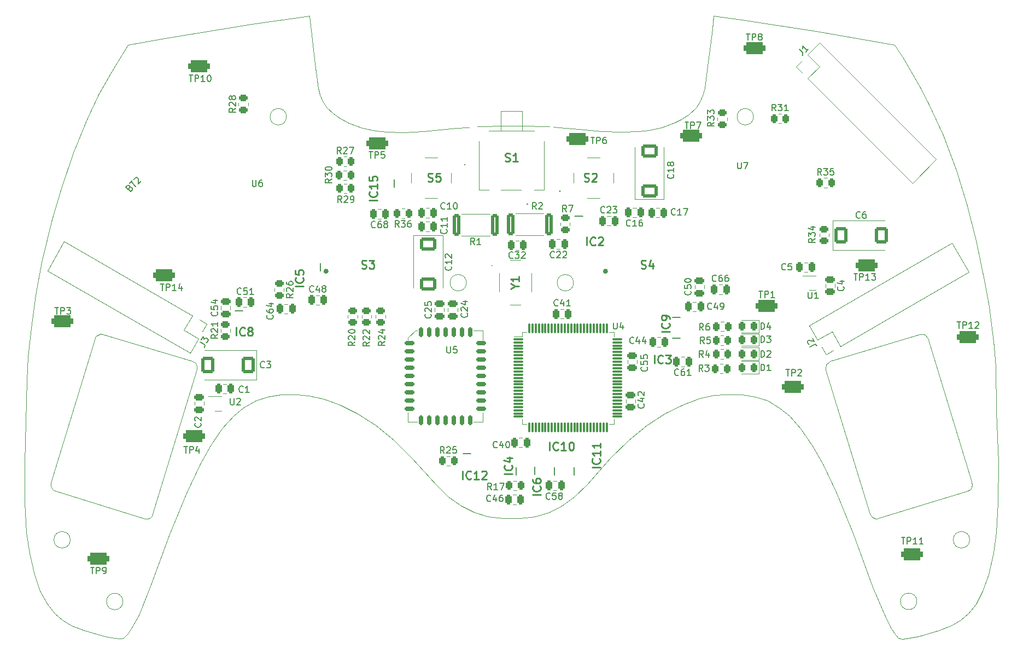
<source format=gbr>
%TF.GenerationSoftware,KiCad,Pcbnew,(6.0.9)*%
%TF.CreationDate,2022-11-22T19:39:32+02:00*%
%TF.ProjectId,PCB,5043422e-6b69-4636-9164-5f7063625858,rev?*%
%TF.SameCoordinates,Original*%
%TF.FileFunction,Legend,Top*%
%TF.FilePolarity,Positive*%
%FSLAX46Y46*%
G04 Gerber Fmt 4.6, Leading zero omitted, Abs format (unit mm)*
G04 Created by KiCad (PCBNEW (6.0.9)) date 2022-11-22 19:39:32*
%MOMM*%
%LPD*%
G01*
G04 APERTURE LIST*
G04 Aperture macros list*
%AMRoundRect*
0 Rectangle with rounded corners*
0 $1 Rounding radius*
0 $2 $3 $4 $5 $6 $7 $8 $9 X,Y pos of 4 corners*
0 Add a 4 corners polygon primitive as box body*
4,1,4,$2,$3,$4,$5,$6,$7,$8,$9,$2,$3,0*
0 Add four circle primitives for the rounded corners*
1,1,$1+$1,$2,$3*
1,1,$1+$1,$4,$5*
1,1,$1+$1,$6,$7*
1,1,$1+$1,$8,$9*
0 Add four rect primitives between the rounded corners*
20,1,$1+$1,$2,$3,$4,$5,0*
20,1,$1+$1,$4,$5,$6,$7,0*
20,1,$1+$1,$6,$7,$8,$9,0*
20,1,$1+$1,$8,$9,$2,$3,0*%
%AMHorizOval*
0 Thick line with rounded ends*
0 $1 width*
0 $2 $3 position (X,Y) of the first rounded end (center of the circle)*
0 $4 $5 position (X,Y) of the second rounded end (center of the circle)*
0 Add line between two ends*
20,1,$1,$2,$3,$4,$5,0*
0 Add two circle primitives to create the rounded ends*
1,1,$1,$2,$3*
1,1,$1,$4,$5*%
%AMRotRect*
0 Rectangle, with rotation*
0 The origin of the aperture is its center*
0 $1 length*
0 $2 width*
0 $3 Rotation angle, in degrees counterclockwise*
0 Add horizontal line*
21,1,$1,$2,0,0,$3*%
G04 Aperture macros list end*
%TA.AperFunction,Profile*%
%ADD10C,0.100000*%
%TD*%
%ADD11C,0.150000*%
%ADD12C,0.254000*%
%ADD13C,0.120000*%
%ADD14C,0.200000*%
%ADD15C,0.100000*%
%ADD16C,0.400000*%
%ADD17RoundRect,0.243750X0.243750X0.456250X-0.243750X0.456250X-0.243750X-0.456250X0.243750X-0.456250X0*%
%ADD18RoundRect,0.450000X-1.270000X-0.450000X1.270000X-0.450000X1.270000X0.450000X-1.270000X0.450000X0*%
%ADD19RoundRect,0.250000X-0.262500X-0.450000X0.262500X-0.450000X0.262500X0.450000X-0.262500X0.450000X0*%
%ADD20RoundRect,0.150000X-0.150000X-0.587500X0.150000X-0.587500X0.150000X0.587500X-0.150000X0.587500X0*%
%ADD21RoundRect,0.150000X-0.587500X-0.150000X0.587500X-0.150000X0.587500X0.150000X-0.587500X0.150000X0*%
%ADD22RoundRect,0.250000X0.362500X1.425000X-0.362500X1.425000X-0.362500X-1.425000X0.362500X-1.425000X0*%
%ADD23R,1.200000X0.400000*%
%ADD24RoundRect,0.250000X-0.450000X0.262500X-0.450000X-0.262500X0.450000X-0.262500X0.450000X0.262500X0*%
%ADD25RoundRect,0.250000X0.475000X-0.250000X0.475000X0.250000X-0.475000X0.250000X-0.475000X-0.250000X0*%
%ADD26RoundRect,0.250000X0.250000X0.475000X-0.250000X0.475000X-0.250000X-0.475000X0.250000X-0.475000X0*%
%ADD27R,0.500000X0.250000*%
%ADD28R,0.900000X1.600000*%
%ADD29R,2.800000X1.000000*%
%ADD30RoundRect,0.250000X0.787500X1.025000X-0.787500X1.025000X-0.787500X-1.025000X0.787500X-1.025000X0*%
%ADD31R,0.400000X1.200000*%
%ADD32RoundRect,0.250000X0.262500X0.450000X-0.262500X0.450000X-0.262500X-0.450000X0.262500X-0.450000X0*%
%ADD33RoundRect,0.250000X-0.475000X0.250000X-0.475000X-0.250000X0.475000X-0.250000X0.475000X0.250000X0*%
%ADD34RoundRect,0.250000X-0.250000X-0.475000X0.250000X-0.475000X0.250000X0.475000X-0.250000X0.475000X0*%
%ADD35RoundRect,0.250000X-1.025000X0.787500X-1.025000X-0.787500X1.025000X-0.787500X1.025000X0.787500X0*%
%ADD36R,1.000000X1.000000*%
%ADD37RotRect,1.000000X1.000000X135.000000*%
%ADD38RotRect,1.000000X1.000000X45.000000*%
%ADD39RotRect,1.700000X1.700000X120.000000*%
%ADD40HorizOval,1.700000X0.000000X0.000000X0.000000X0.000000X0*%
%ADD41RoundRect,0.250000X0.450000X-0.262500X0.450000X0.262500X-0.450000X0.262500X-0.450000X-0.262500X0*%
%ADD42RoundRect,0.075000X-0.662500X-0.075000X0.662500X-0.075000X0.662500X0.075000X-0.662500X0.075000X0*%
%ADD43RoundRect,0.075000X-0.075000X-0.662500X0.075000X-0.662500X0.075000X0.662500X-0.075000X0.662500X0*%
%ADD44R,0.890000X2.080000*%
%ADD45R,2.325000X1.520000*%
%ADD46RoundRect,0.250000X-0.362500X-1.425000X0.362500X-1.425000X0.362500X1.425000X-0.362500X1.425000X0*%
%ADD47RoundRect,0.250000X1.025000X-0.787500X1.025000X0.787500X-1.025000X0.787500X-1.025000X-0.787500X0*%
%ADD48R,2.000000X1.800000*%
%ADD49C,2.000000*%
%ADD50C,3.000000*%
%ADD51RotRect,1.700000X1.700000X45.000000*%
%ADD52HorizOval,1.700000X0.000000X0.000000X0.000000X0.000000X0*%
%ADD53RotRect,1.700000X1.700000X240.000000*%
%ADD54HorizOval,1.700000X0.000000X0.000000X0.000000X0.000000X0*%
%ADD55RotRect,2.000000X4.000000X135.000000*%
%ADD56RoundRect,0.250000X-0.787500X-1.025000X0.787500X-1.025000X0.787500X1.025000X-0.787500X1.025000X0*%
%ADD57RotRect,2.000000X4.000000X30.000000*%
G04 APERTURE END LIST*
D10*
X175615600Y-38887400D02*
X187248800Y-40665400D01*
X199390000Y-42799000D01*
X200710800Y-44831000D01*
X203250800Y-49199800D01*
X204622400Y-51892200D01*
X206857600Y-56769000D01*
X208889600Y-62204600D01*
X210515200Y-67437000D01*
X211988400Y-73025000D01*
X213360000Y-79629000D01*
X213969600Y-83235800D01*
X214731600Y-89433400D01*
X214985600Y-92532200D01*
X215138000Y-99491800D01*
X215442800Y-107365800D01*
X215392000Y-113614200D01*
X215138000Y-118237000D01*
X214680800Y-121386600D01*
X213918800Y-124739400D01*
X213004400Y-127330200D01*
X211937600Y-129311400D01*
X210769200Y-130784600D01*
X209600800Y-131800600D01*
X208127600Y-132664200D01*
X206197200Y-133375400D01*
X203047600Y-134289800D01*
X201523600Y-134594600D01*
X200558400Y-134747000D01*
X200304400Y-134696200D01*
X199948800Y-134543800D01*
X199491600Y-134035800D01*
X198780400Y-132969000D01*
X197815200Y-130987800D01*
X195986400Y-126669800D01*
X192989200Y-118541800D01*
X190398400Y-112141000D01*
X188264800Y-107670600D01*
X186639200Y-104825800D01*
X184810400Y-102133400D01*
X183083200Y-100203000D01*
X181559200Y-98983800D01*
X179679600Y-97866200D01*
X177800000Y-97256600D01*
X175666400Y-96901000D01*
X173126400Y-96901000D01*
X171450000Y-97002600D01*
X169113200Y-97510600D01*
X166522400Y-98475800D01*
X163880800Y-99796600D01*
X161036000Y-101625400D01*
X158242000Y-103962200D01*
X155346400Y-106756200D01*
X151790400Y-110769400D01*
X149758400Y-112750600D01*
X147878800Y-114071400D01*
X145897600Y-115087400D01*
X143713200Y-115747800D01*
X141325600Y-116052600D01*
X138734800Y-116052600D01*
X136398000Y-115747800D01*
X134213600Y-115087400D01*
X132181600Y-114122200D01*
X130302000Y-112750600D01*
X128320800Y-110769400D01*
X124714000Y-106807000D01*
X121818400Y-103911400D01*
X119024400Y-101676200D01*
X116230400Y-99847400D01*
X113538000Y-98475800D01*
X110998000Y-97561400D01*
X108610400Y-97053400D01*
X106934000Y-96901000D01*
X104394000Y-96901000D01*
X102311200Y-97256600D01*
X100431600Y-97866200D01*
X98552000Y-98933000D01*
X97028000Y-100203000D01*
X95250000Y-102133400D01*
X93421200Y-104775000D01*
X91795600Y-107619800D01*
X89712800Y-112141000D01*
X87122000Y-118491000D01*
X84124800Y-126568200D01*
X82346800Y-130987800D01*
X81280000Y-132969000D01*
X80568800Y-133985000D01*
X79959200Y-134543800D01*
X79552800Y-134696200D01*
X78536800Y-134594600D01*
X77063600Y-134289800D01*
X73863200Y-133375400D01*
X71882000Y-132664200D01*
X70459600Y-131800600D01*
X69291200Y-130784600D01*
X68122800Y-129260600D01*
X67056000Y-127330200D01*
X66141600Y-124790200D01*
X65379600Y-121437400D01*
X64922400Y-118237000D01*
X64668400Y-113563400D01*
X64668400Y-107365800D01*
X64973200Y-94665800D01*
X65176400Y-91059000D01*
X65633600Y-86537800D01*
X66344800Y-81457800D01*
X67310000Y-76377800D01*
X68884800Y-69824600D01*
X70307200Y-64998600D01*
X72186800Y-59461400D01*
X74269600Y-54330600D01*
X76098400Y-50520600D01*
X78079600Y-46964600D01*
X80670400Y-42799000D01*
X86360000Y-41783000D01*
X99822000Y-39547800D01*
X108762800Y-38328600D01*
X109575600Y-45745400D01*
X110083600Y-49453800D01*
X110337600Y-50469800D01*
X110794800Y-51485800D01*
X111455200Y-52501800D01*
X112369600Y-53416200D01*
X113334800Y-54076600D01*
X114858800Y-54940200D01*
X116941600Y-55651400D01*
X118973600Y-56057800D01*
X120751600Y-56261000D01*
X123342400Y-56311800D01*
X126390400Y-56159400D01*
X130606800Y-55753000D01*
X135280400Y-55397400D01*
X138836400Y-55295800D01*
X141681200Y-55295800D01*
X145491200Y-55448200D01*
X150418800Y-55854600D01*
X154076400Y-56159400D01*
X157073600Y-56261000D01*
X159715200Y-56210200D01*
X161340800Y-56007000D01*
X163271200Y-55600600D01*
X165303200Y-54838600D01*
X166370000Y-54330600D01*
X167538400Y-53517800D01*
X168605200Y-52501800D01*
X169214800Y-51587400D01*
X169621200Y-50571400D01*
X169976800Y-49453800D01*
X170332400Y-46710600D01*
X171145200Y-40360600D01*
X171297600Y-38328600D01*
X175615600Y-38887400D01*
X79886044Y-128933444D02*
G75*
G03*
X79886044Y-128933444I-1273044J0D01*
G01*
X177523644Y-53927244D02*
G75*
G03*
X177523644Y-53927244I-1273044J0D01*
G01*
X133073644Y-79606644D02*
G75*
G03*
X133073644Y-79606644I-1273044J0D01*
G01*
X202822044Y-128908044D02*
G75*
G03*
X202822044Y-128908044I-1273044J0D01*
G01*
X76758800Y-87553800D02*
X90627200Y-91770200D01*
X91033600Y-91973400D01*
X91236800Y-92227400D01*
X91287600Y-92481400D01*
X91338400Y-92684600D01*
X91338400Y-93040200D01*
X84480400Y-115392200D01*
X84429600Y-115544600D01*
X84277200Y-115798600D01*
X84023200Y-116001800D01*
X83667600Y-116103400D01*
X83261200Y-116103400D01*
X69392800Y-111836200D01*
X69138800Y-111683800D01*
X68986400Y-111531400D01*
X68783200Y-111277400D01*
X68681600Y-111023400D01*
X68681600Y-110566200D01*
X75539600Y-88214200D01*
X75590400Y-88011000D01*
X75742800Y-87858600D01*
X76047600Y-87655400D01*
X76403200Y-87503000D01*
X76758800Y-87553800D01*
X149659844Y-79606644D02*
G75*
G03*
X149659844Y-79606644I-1273044J0D01*
G01*
X203962000Y-87604600D02*
X204114400Y-87655400D01*
X204266800Y-87858600D01*
X204368400Y-88011000D01*
X204520800Y-88214200D01*
X211277200Y-110363000D01*
X211328000Y-110566200D01*
X211378800Y-110871000D01*
X211328000Y-111175800D01*
X211226400Y-111429800D01*
X211023200Y-111633000D01*
X210667600Y-111836200D01*
X196850000Y-116052600D01*
X196697600Y-116103400D01*
X196392800Y-116103400D01*
X195884800Y-115900200D01*
X195681600Y-115646200D01*
X195529200Y-115392200D01*
X188722000Y-93091000D01*
X188671200Y-92735400D01*
X188772800Y-92329000D01*
X188874400Y-92176600D01*
X189179200Y-91871800D01*
X189382400Y-91770200D01*
X203250800Y-87553800D01*
X203708000Y-87553800D01*
X203962000Y-87604600D01*
X211000844Y-119383044D02*
G75*
G03*
X211000844Y-119383044I-1273044J0D01*
G01*
X105209844Y-53927244D02*
G75*
G03*
X105209844Y-53927244I-1273044J0D01*
G01*
X71732644Y-119383044D02*
G75*
G03*
X71732644Y-119383044I-1273044J0D01*
G01*
D11*
%TO.C,D1*%
X178662104Y-93213180D02*
X178662104Y-92213180D01*
X178900200Y-92213180D01*
X179043057Y-92260800D01*
X179138295Y-92356038D01*
X179185914Y-92451276D01*
X179233533Y-92641752D01*
X179233533Y-92784609D01*
X179185914Y-92975085D01*
X179138295Y-93070323D01*
X179043057Y-93165561D01*
X178900200Y-93213180D01*
X178662104Y-93213180D01*
X180185914Y-93213180D02*
X179614485Y-93213180D01*
X179900200Y-93213180D02*
X179900200Y-92213180D01*
X179804961Y-92356038D01*
X179709723Y-92451276D01*
X179614485Y-92498895D01*
%TO.C,TP14*%
X85688704Y-79792580D02*
X86260133Y-79792580D01*
X85974419Y-80792580D02*
X85974419Y-79792580D01*
X86593466Y-80792580D02*
X86593466Y-79792580D01*
X86974419Y-79792580D01*
X87069657Y-79840200D01*
X87117276Y-79887819D01*
X87164895Y-79983057D01*
X87164895Y-80125914D01*
X87117276Y-80221152D01*
X87069657Y-80268771D01*
X86974419Y-80316390D01*
X86593466Y-80316390D01*
X88117276Y-80792580D02*
X87545847Y-80792580D01*
X87831561Y-80792580D02*
X87831561Y-79792580D01*
X87736323Y-79935438D01*
X87641085Y-80030676D01*
X87545847Y-80078295D01*
X88974419Y-80125914D02*
X88974419Y-80792580D01*
X88736323Y-79744961D02*
X88498228Y-80459247D01*
X89117276Y-80459247D01*
%TO.C,R31*%
X180992542Y-53005980D02*
X180659209Y-52529790D01*
X180421114Y-53005980D02*
X180421114Y-52005980D01*
X180802066Y-52005980D01*
X180897304Y-52053600D01*
X180944923Y-52101219D01*
X180992542Y-52196457D01*
X180992542Y-52339314D01*
X180944923Y-52434552D01*
X180897304Y-52482171D01*
X180802066Y-52529790D01*
X180421114Y-52529790D01*
X181325876Y-52005980D02*
X181944923Y-52005980D01*
X181611590Y-52386933D01*
X181754447Y-52386933D01*
X181849685Y-52434552D01*
X181897304Y-52482171D01*
X181944923Y-52577409D01*
X181944923Y-52815504D01*
X181897304Y-52910742D01*
X181849685Y-52958361D01*
X181754447Y-53005980D01*
X181468733Y-53005980D01*
X181373495Y-52958361D01*
X181325876Y-52910742D01*
X182897304Y-53005980D02*
X182325876Y-53005980D01*
X182611590Y-53005980D02*
X182611590Y-52005980D01*
X182516352Y-52148838D01*
X182421114Y-52244076D01*
X182325876Y-52291695D01*
%TO.C,U5*%
X130048095Y-89469980D02*
X130048095Y-90279504D01*
X130095714Y-90374742D01*
X130143333Y-90422361D01*
X130238571Y-90469980D01*
X130429047Y-90469980D01*
X130524285Y-90422361D01*
X130571904Y-90374742D01*
X130619523Y-90279504D01*
X130619523Y-89469980D01*
X131571904Y-89469980D02*
X131095714Y-89469980D01*
X131048095Y-89946171D01*
X131095714Y-89898552D01*
X131190952Y-89850933D01*
X131429047Y-89850933D01*
X131524285Y-89898552D01*
X131571904Y-89946171D01*
X131619523Y-90041409D01*
X131619523Y-90279504D01*
X131571904Y-90374742D01*
X131524285Y-90422361D01*
X131429047Y-90469980D01*
X131190952Y-90469980D01*
X131095714Y-90422361D01*
X131048095Y-90374742D01*
%TO.C,R1*%
X134326333Y-73709780D02*
X133993000Y-73233590D01*
X133754904Y-73709780D02*
X133754904Y-72709780D01*
X134135857Y-72709780D01*
X134231095Y-72757400D01*
X134278714Y-72805019D01*
X134326333Y-72900257D01*
X134326333Y-73043114D01*
X134278714Y-73138352D01*
X134231095Y-73185971D01*
X134135857Y-73233590D01*
X133754904Y-73233590D01*
X135278714Y-73709780D02*
X134707285Y-73709780D01*
X134993000Y-73709780D02*
X134993000Y-72709780D01*
X134897761Y-72852638D01*
X134802523Y-72947876D01*
X134707285Y-72995495D01*
D12*
%TO.C,IC3*%
X162158438Y-92090723D02*
X162158438Y-90820723D01*
X163488914Y-91969771D02*
X163428438Y-92030247D01*
X163247009Y-92090723D01*
X163126057Y-92090723D01*
X162944628Y-92030247D01*
X162823676Y-91909295D01*
X162763200Y-91788342D01*
X162702723Y-91546438D01*
X162702723Y-91365009D01*
X162763200Y-91123104D01*
X162823676Y-91002152D01*
X162944628Y-90881200D01*
X163126057Y-90820723D01*
X163247009Y-90820723D01*
X163428438Y-90881200D01*
X163488914Y-90941676D01*
X163912247Y-90820723D02*
X164698438Y-90820723D01*
X164275104Y-91304533D01*
X164456533Y-91304533D01*
X164577485Y-91365009D01*
X164637961Y-91425485D01*
X164698438Y-91546438D01*
X164698438Y-91848819D01*
X164637961Y-91969771D01*
X164577485Y-92030247D01*
X164456533Y-92090723D01*
X164093676Y-92090723D01*
X163972723Y-92030247D01*
X163912247Y-91969771D01*
D11*
%TO.C,R22*%
X118054380Y-88806257D02*
X117578190Y-89139590D01*
X118054380Y-89377685D02*
X117054380Y-89377685D01*
X117054380Y-88996733D01*
X117102000Y-88901495D01*
X117149619Y-88853876D01*
X117244857Y-88806257D01*
X117387714Y-88806257D01*
X117482952Y-88853876D01*
X117530571Y-88901495D01*
X117578190Y-88996733D01*
X117578190Y-89377685D01*
X117149619Y-88425304D02*
X117102000Y-88377685D01*
X117054380Y-88282447D01*
X117054380Y-88044352D01*
X117102000Y-87949114D01*
X117149619Y-87901495D01*
X117244857Y-87853876D01*
X117340095Y-87853876D01*
X117482952Y-87901495D01*
X118054380Y-88472923D01*
X118054380Y-87853876D01*
X117149619Y-87472923D02*
X117102000Y-87425304D01*
X117054380Y-87330066D01*
X117054380Y-87091971D01*
X117102000Y-86996733D01*
X117149619Y-86949114D01*
X117244857Y-86901495D01*
X117340095Y-86901495D01*
X117482952Y-86949114D01*
X118054380Y-87520542D01*
X118054380Y-86901495D01*
%TO.C,D4*%
X178662104Y-86812380D02*
X178662104Y-85812380D01*
X178900200Y-85812380D01*
X179043057Y-85860000D01*
X179138295Y-85955238D01*
X179185914Y-86050476D01*
X179233533Y-86240952D01*
X179233533Y-86383809D01*
X179185914Y-86574285D01*
X179138295Y-86669523D01*
X179043057Y-86764761D01*
X178900200Y-86812380D01*
X178662104Y-86812380D01*
X180090676Y-86145714D02*
X180090676Y-86812380D01*
X179852580Y-85764761D02*
X179614485Y-86479047D01*
X180233533Y-86479047D01*
%TO.C,C25*%
X127556742Y-84462857D02*
X127604361Y-84510476D01*
X127651980Y-84653333D01*
X127651980Y-84748571D01*
X127604361Y-84891428D01*
X127509123Y-84986666D01*
X127413885Y-85034285D01*
X127223409Y-85081904D01*
X127080552Y-85081904D01*
X126890076Y-85034285D01*
X126794838Y-84986666D01*
X126699600Y-84891428D01*
X126651980Y-84748571D01*
X126651980Y-84653333D01*
X126699600Y-84510476D01*
X126747219Y-84462857D01*
X126747219Y-84081904D02*
X126699600Y-84034285D01*
X126651980Y-83939047D01*
X126651980Y-83700952D01*
X126699600Y-83605714D01*
X126747219Y-83558095D01*
X126842457Y-83510476D01*
X126937695Y-83510476D01*
X127080552Y-83558095D01*
X127651980Y-84129523D01*
X127651980Y-83510476D01*
X126651980Y-82605714D02*
X126651980Y-83081904D01*
X127128171Y-83129523D01*
X127080552Y-83081904D01*
X127032933Y-82986666D01*
X127032933Y-82748571D01*
X127080552Y-82653333D01*
X127128171Y-82605714D01*
X127223409Y-82558095D01*
X127461504Y-82558095D01*
X127556742Y-82605714D01*
X127604361Y-82653333D01*
X127651980Y-82748571D01*
X127651980Y-82986666D01*
X127604361Y-83081904D01*
X127556742Y-83129523D01*
D12*
%TO.C,IC9*%
X164531523Y-87193361D02*
X163261523Y-87193361D01*
X164410571Y-85862885D02*
X164471047Y-85923361D01*
X164531523Y-86104790D01*
X164531523Y-86225742D01*
X164471047Y-86407171D01*
X164350095Y-86528123D01*
X164229142Y-86588600D01*
X163987238Y-86649076D01*
X163805809Y-86649076D01*
X163563904Y-86588600D01*
X163442952Y-86528123D01*
X163322000Y-86407171D01*
X163261523Y-86225742D01*
X163261523Y-86104790D01*
X163322000Y-85923361D01*
X163382476Y-85862885D01*
X164531523Y-85258123D02*
X164531523Y-85016219D01*
X164471047Y-84895266D01*
X164410571Y-84834790D01*
X164229142Y-84713838D01*
X163987238Y-84653361D01*
X163503428Y-84653361D01*
X163382476Y-84713838D01*
X163322000Y-84774314D01*
X163261523Y-84895266D01*
X163261523Y-85137171D01*
X163322000Y-85258123D01*
X163382476Y-85318600D01*
X163503428Y-85379076D01*
X163805809Y-85379076D01*
X163926761Y-85318600D01*
X163987238Y-85258123D01*
X164047714Y-85137171D01*
X164047714Y-84895266D01*
X163987238Y-84774314D01*
X163926761Y-84713838D01*
X163805809Y-84653361D01*
D11*
%TO.C,C16*%
X158462742Y-70769542D02*
X158415123Y-70817161D01*
X158272266Y-70864780D01*
X158177028Y-70864780D01*
X158034171Y-70817161D01*
X157938933Y-70721923D01*
X157891314Y-70626685D01*
X157843695Y-70436209D01*
X157843695Y-70293352D01*
X157891314Y-70102876D01*
X157938933Y-70007638D01*
X158034171Y-69912400D01*
X158177028Y-69864780D01*
X158272266Y-69864780D01*
X158415123Y-69912400D01*
X158462742Y-69960019D01*
X159415123Y-70864780D02*
X158843695Y-70864780D01*
X159129409Y-70864780D02*
X159129409Y-69864780D01*
X159034171Y-70007638D01*
X158938933Y-70102876D01*
X158843695Y-70150495D01*
X160272266Y-69864780D02*
X160081790Y-69864780D01*
X159986552Y-69912400D01*
X159938933Y-69960019D01*
X159843695Y-70102876D01*
X159796076Y-70293352D01*
X159796076Y-70674304D01*
X159843695Y-70769542D01*
X159891314Y-70817161D01*
X159986552Y-70864780D01*
X160177028Y-70864780D01*
X160272266Y-70817161D01*
X160319885Y-70769542D01*
X160367504Y-70674304D01*
X160367504Y-70436209D01*
X160319885Y-70340971D01*
X160272266Y-70293352D01*
X160177028Y-70245733D01*
X159986552Y-70245733D01*
X159891314Y-70293352D01*
X159843695Y-70340971D01*
X159796076Y-70436209D01*
%TO.C,U1*%
X186004295Y-81037180D02*
X186004295Y-81846704D01*
X186051914Y-81941942D01*
X186099533Y-81989561D01*
X186194771Y-82037180D01*
X186385247Y-82037180D01*
X186480485Y-81989561D01*
X186528104Y-81941942D01*
X186575723Y-81846704D01*
X186575723Y-81037180D01*
X187575723Y-82037180D02*
X187004295Y-82037180D01*
X187290009Y-82037180D02*
X187290009Y-81037180D01*
X187194771Y-81180038D01*
X187099533Y-81275276D01*
X187004295Y-81322895D01*
%TO.C,TP6*%
X152331895Y-57084980D02*
X152903323Y-57084980D01*
X152617609Y-58084980D02*
X152617609Y-57084980D01*
X153236657Y-58084980D02*
X153236657Y-57084980D01*
X153617609Y-57084980D01*
X153712847Y-57132600D01*
X153760466Y-57180219D01*
X153808085Y-57275457D01*
X153808085Y-57418314D01*
X153760466Y-57513552D01*
X153712847Y-57561171D01*
X153617609Y-57608790D01*
X153236657Y-57608790D01*
X154665228Y-57084980D02*
X154474752Y-57084980D01*
X154379514Y-57132600D01*
X154331895Y-57180219D01*
X154236657Y-57323076D01*
X154189038Y-57513552D01*
X154189038Y-57894504D01*
X154236657Y-57989742D01*
X154284276Y-58037361D01*
X154379514Y-58084980D01*
X154569990Y-58084980D01*
X154665228Y-58037361D01*
X154712847Y-57989742D01*
X154760466Y-57894504D01*
X154760466Y-57656409D01*
X154712847Y-57561171D01*
X154665228Y-57513552D01*
X154569990Y-57465933D01*
X154379514Y-57465933D01*
X154284276Y-57513552D01*
X154236657Y-57561171D01*
X154189038Y-57656409D01*
%TO.C,R17*%
X136948942Y-111628180D02*
X136615609Y-111151990D01*
X136377514Y-111628180D02*
X136377514Y-110628180D01*
X136758466Y-110628180D01*
X136853704Y-110675800D01*
X136901323Y-110723419D01*
X136948942Y-110818657D01*
X136948942Y-110961514D01*
X136901323Y-111056752D01*
X136853704Y-111104371D01*
X136758466Y-111151990D01*
X136377514Y-111151990D01*
X137901323Y-111628180D02*
X137329895Y-111628180D01*
X137615609Y-111628180D02*
X137615609Y-110628180D01*
X137520371Y-110771038D01*
X137425133Y-110866276D01*
X137329895Y-110913895D01*
X138234657Y-110628180D02*
X138901323Y-110628180D01*
X138472752Y-111628180D01*
D12*
%TO.C,S5*%
X127117380Y-63894047D02*
X127298809Y-63954523D01*
X127601190Y-63954523D01*
X127722142Y-63894047D01*
X127782619Y-63833571D01*
X127843095Y-63712619D01*
X127843095Y-63591666D01*
X127782619Y-63470714D01*
X127722142Y-63410238D01*
X127601190Y-63349761D01*
X127359285Y-63289285D01*
X127238333Y-63228809D01*
X127177857Y-63168333D01*
X127117380Y-63047380D01*
X127117380Y-62926428D01*
X127177857Y-62805476D01*
X127238333Y-62745000D01*
X127359285Y-62684523D01*
X127661666Y-62684523D01*
X127843095Y-62745000D01*
X128992142Y-62684523D02*
X128387380Y-62684523D01*
X128326904Y-63289285D01*
X128387380Y-63228809D01*
X128508333Y-63168333D01*
X128810714Y-63168333D01*
X128931666Y-63228809D01*
X128992142Y-63289285D01*
X129052619Y-63410238D01*
X129052619Y-63712619D01*
X128992142Y-63833571D01*
X128931666Y-63894047D01*
X128810714Y-63954523D01*
X128508333Y-63954523D01*
X128387380Y-63894047D01*
X128326904Y-63833571D01*
D11*
%TO.C,C3*%
X101788933Y-92686142D02*
X101741314Y-92733761D01*
X101598457Y-92781380D01*
X101503219Y-92781380D01*
X101360361Y-92733761D01*
X101265123Y-92638523D01*
X101217504Y-92543285D01*
X101169885Y-92352809D01*
X101169885Y-92209952D01*
X101217504Y-92019476D01*
X101265123Y-91924238D01*
X101360361Y-91829000D01*
X101503219Y-91781380D01*
X101598457Y-91781380D01*
X101741314Y-91829000D01*
X101788933Y-91876619D01*
X102122266Y-91781380D02*
X102741314Y-91781380D01*
X102407980Y-92162333D01*
X102550838Y-92162333D01*
X102646076Y-92209952D01*
X102693695Y-92257571D01*
X102741314Y-92352809D01*
X102741314Y-92590904D01*
X102693695Y-92686142D01*
X102646076Y-92733761D01*
X102550838Y-92781380D01*
X102265123Y-92781380D01*
X102169885Y-92733761D01*
X102122266Y-92686142D01*
D12*
%TO.C,IC15*%
X119268723Y-66868523D02*
X117998723Y-66868523D01*
X119147771Y-65538047D02*
X119208247Y-65598523D01*
X119268723Y-65779952D01*
X119268723Y-65900904D01*
X119208247Y-66082333D01*
X119087295Y-66203285D01*
X118966342Y-66263761D01*
X118724438Y-66324238D01*
X118543009Y-66324238D01*
X118301104Y-66263761D01*
X118180152Y-66203285D01*
X118059200Y-66082333D01*
X117998723Y-65900904D01*
X117998723Y-65779952D01*
X118059200Y-65598523D01*
X118119676Y-65538047D01*
X119268723Y-64328523D02*
X119268723Y-65054238D01*
X119268723Y-64691380D02*
X117998723Y-64691380D01*
X118180152Y-64812333D01*
X118301104Y-64933285D01*
X118361580Y-65054238D01*
X117998723Y-63179476D02*
X117998723Y-63784238D01*
X118603485Y-63844714D01*
X118543009Y-63784238D01*
X118482533Y-63663285D01*
X118482533Y-63360904D01*
X118543009Y-63239952D01*
X118603485Y-63179476D01*
X118724438Y-63119000D01*
X119026819Y-63119000D01*
X119147771Y-63179476D01*
X119208247Y-63239952D01*
X119268723Y-63360904D01*
X119268723Y-63663285D01*
X119208247Y-63784238D01*
X119147771Y-63844714D01*
D11*
%TO.C,D3*%
X178662104Y-88844380D02*
X178662104Y-87844380D01*
X178900200Y-87844380D01*
X179043057Y-87892000D01*
X179138295Y-87987238D01*
X179185914Y-88082476D01*
X179233533Y-88272952D01*
X179233533Y-88415809D01*
X179185914Y-88606285D01*
X179138295Y-88701523D01*
X179043057Y-88796761D01*
X178900200Y-88844380D01*
X178662104Y-88844380D01*
X179566866Y-87844380D02*
X180185914Y-87844380D01*
X179852580Y-88225333D01*
X179995438Y-88225333D01*
X180090676Y-88272952D01*
X180138295Y-88320571D01*
X180185914Y-88415809D01*
X180185914Y-88653904D01*
X180138295Y-88749142D01*
X180090676Y-88796761D01*
X179995438Y-88844380D01*
X179709723Y-88844380D01*
X179614485Y-88796761D01*
X179566866Y-88749142D01*
%TO.C,C44*%
X158970742Y-88926942D02*
X158923123Y-88974561D01*
X158780266Y-89022180D01*
X158685028Y-89022180D01*
X158542171Y-88974561D01*
X158446933Y-88879323D01*
X158399314Y-88784085D01*
X158351695Y-88593609D01*
X158351695Y-88450752D01*
X158399314Y-88260276D01*
X158446933Y-88165038D01*
X158542171Y-88069800D01*
X158685028Y-88022180D01*
X158780266Y-88022180D01*
X158923123Y-88069800D01*
X158970742Y-88117419D01*
X159827885Y-88355514D02*
X159827885Y-89022180D01*
X159589790Y-87974561D02*
X159351695Y-88688847D01*
X159970742Y-88688847D01*
X160780266Y-88355514D02*
X160780266Y-89022180D01*
X160542171Y-87974561D02*
X160304076Y-88688847D01*
X160923123Y-88688847D01*
%TO.C,R3*%
X169683133Y-93314780D02*
X169349800Y-92838590D01*
X169111704Y-93314780D02*
X169111704Y-92314780D01*
X169492657Y-92314780D01*
X169587895Y-92362400D01*
X169635514Y-92410019D01*
X169683133Y-92505257D01*
X169683133Y-92648114D01*
X169635514Y-92743352D01*
X169587895Y-92790971D01*
X169492657Y-92838590D01*
X169111704Y-92838590D01*
X170016466Y-92314780D02*
X170635514Y-92314780D01*
X170302180Y-92695733D01*
X170445038Y-92695733D01*
X170540276Y-92743352D01*
X170587895Y-92790971D01*
X170635514Y-92886209D01*
X170635514Y-93124304D01*
X170587895Y-93219542D01*
X170540276Y-93267161D01*
X170445038Y-93314780D01*
X170159323Y-93314780D01*
X170064085Y-93267161D01*
X170016466Y-93219542D01*
D12*
%TO.C,IC11*%
X153787323Y-108168923D02*
X152517323Y-108168923D01*
X153666371Y-106838447D02*
X153726847Y-106898923D01*
X153787323Y-107080352D01*
X153787323Y-107201304D01*
X153726847Y-107382733D01*
X153605895Y-107503685D01*
X153484942Y-107564161D01*
X153243038Y-107624638D01*
X153061609Y-107624638D01*
X152819704Y-107564161D01*
X152698752Y-107503685D01*
X152577800Y-107382733D01*
X152517323Y-107201304D01*
X152517323Y-107080352D01*
X152577800Y-106898923D01*
X152638276Y-106838447D01*
X153787323Y-105628923D02*
X153787323Y-106354638D01*
X153787323Y-105991780D02*
X152517323Y-105991780D01*
X152698752Y-106112733D01*
X152819704Y-106233685D01*
X152880180Y-106354638D01*
X153787323Y-104419400D02*
X153787323Y-105145114D01*
X153787323Y-104782257D02*
X152517323Y-104782257D01*
X152698752Y-104903209D01*
X152819704Y-105024161D01*
X152880180Y-105145114D01*
D11*
%TO.C,R35*%
X188053742Y-62937380D02*
X187720409Y-62461190D01*
X187482314Y-62937380D02*
X187482314Y-61937380D01*
X187863266Y-61937380D01*
X187958504Y-61985000D01*
X188006123Y-62032619D01*
X188053742Y-62127857D01*
X188053742Y-62270714D01*
X188006123Y-62365952D01*
X187958504Y-62413571D01*
X187863266Y-62461190D01*
X187482314Y-62461190D01*
X188387076Y-61937380D02*
X189006123Y-61937380D01*
X188672790Y-62318333D01*
X188815647Y-62318333D01*
X188910885Y-62365952D01*
X188958504Y-62413571D01*
X189006123Y-62508809D01*
X189006123Y-62746904D01*
X188958504Y-62842142D01*
X188910885Y-62889761D01*
X188815647Y-62937380D01*
X188529933Y-62937380D01*
X188434695Y-62889761D01*
X188387076Y-62842142D01*
X189910885Y-61937380D02*
X189434695Y-61937380D01*
X189387076Y-62413571D01*
X189434695Y-62365952D01*
X189529933Y-62318333D01*
X189768028Y-62318333D01*
X189863266Y-62365952D01*
X189910885Y-62413571D01*
X189958504Y-62508809D01*
X189958504Y-62746904D01*
X189910885Y-62842142D01*
X189863266Y-62889761D01*
X189768028Y-62937380D01*
X189529933Y-62937380D01*
X189434695Y-62889761D01*
X189387076Y-62842142D01*
%TO.C,C4*%
X191441142Y-80225666D02*
X191488761Y-80273285D01*
X191536380Y-80416142D01*
X191536380Y-80511380D01*
X191488761Y-80654238D01*
X191393523Y-80749476D01*
X191298285Y-80797095D01*
X191107809Y-80844714D01*
X190964952Y-80844714D01*
X190774476Y-80797095D01*
X190679238Y-80749476D01*
X190584000Y-80654238D01*
X190536380Y-80511380D01*
X190536380Y-80416142D01*
X190584000Y-80273285D01*
X190631619Y-80225666D01*
X190869714Y-79368523D02*
X191536380Y-79368523D01*
X190488761Y-79606619D02*
X191203047Y-79844714D01*
X191203047Y-79225666D01*
%TO.C,TP12*%
X209031104Y-85659980D02*
X209602533Y-85659980D01*
X209316819Y-86659980D02*
X209316819Y-85659980D01*
X209935866Y-86659980D02*
X209935866Y-85659980D01*
X210316819Y-85659980D01*
X210412057Y-85707600D01*
X210459676Y-85755219D01*
X210507295Y-85850457D01*
X210507295Y-85993314D01*
X210459676Y-86088552D01*
X210412057Y-86136171D01*
X210316819Y-86183790D01*
X209935866Y-86183790D01*
X211459676Y-86659980D02*
X210888247Y-86659980D01*
X211173961Y-86659980D02*
X211173961Y-85659980D01*
X211078723Y-85802838D01*
X210983485Y-85898076D01*
X210888247Y-85945695D01*
X211840628Y-85755219D02*
X211888247Y-85707600D01*
X211983485Y-85659980D01*
X212221580Y-85659980D01*
X212316819Y-85707600D01*
X212364438Y-85755219D01*
X212412057Y-85850457D01*
X212412057Y-85945695D01*
X212364438Y-86088552D01*
X211793009Y-86659980D01*
X212412057Y-86659980D01*
%TO.C,C1*%
X98486933Y-96496142D02*
X98439314Y-96543761D01*
X98296457Y-96591380D01*
X98201219Y-96591380D01*
X98058361Y-96543761D01*
X97963123Y-96448523D01*
X97915504Y-96353285D01*
X97867885Y-96162809D01*
X97867885Y-96019952D01*
X97915504Y-95829476D01*
X97963123Y-95734238D01*
X98058361Y-95639000D01*
X98201219Y-95591380D01*
X98296457Y-95591380D01*
X98439314Y-95639000D01*
X98486933Y-95686619D01*
X99439314Y-96591380D02*
X98867885Y-96591380D01*
X99153600Y-96591380D02*
X99153600Y-95591380D01*
X99058361Y-95734238D01*
X98963123Y-95829476D01*
X98867885Y-95877095D01*
%TO.C,R7*%
X148575733Y-68625980D02*
X148242400Y-68149790D01*
X148004304Y-68625980D02*
X148004304Y-67625980D01*
X148385257Y-67625980D01*
X148480495Y-67673600D01*
X148528114Y-67721219D01*
X148575733Y-67816457D01*
X148575733Y-67959314D01*
X148528114Y-68054552D01*
X148480495Y-68102171D01*
X148385257Y-68149790D01*
X148004304Y-68149790D01*
X148909066Y-67625980D02*
X149575733Y-67625980D01*
X149147161Y-68625980D01*
%TO.C,R29*%
X113758742Y-67178180D02*
X113425409Y-66701990D01*
X113187314Y-67178180D02*
X113187314Y-66178180D01*
X113568266Y-66178180D01*
X113663504Y-66225800D01*
X113711123Y-66273419D01*
X113758742Y-66368657D01*
X113758742Y-66511514D01*
X113711123Y-66606752D01*
X113663504Y-66654371D01*
X113568266Y-66701990D01*
X113187314Y-66701990D01*
X114139695Y-66273419D02*
X114187314Y-66225800D01*
X114282552Y-66178180D01*
X114520647Y-66178180D01*
X114615885Y-66225800D01*
X114663504Y-66273419D01*
X114711123Y-66368657D01*
X114711123Y-66463895D01*
X114663504Y-66606752D01*
X114092076Y-67178180D01*
X114711123Y-67178180D01*
X115187314Y-67178180D02*
X115377790Y-67178180D01*
X115473028Y-67130561D01*
X115520647Y-67082942D01*
X115615885Y-66940085D01*
X115663504Y-66749609D01*
X115663504Y-66368657D01*
X115615885Y-66273419D01*
X115568266Y-66225800D01*
X115473028Y-66178180D01*
X115282552Y-66178180D01*
X115187314Y-66225800D01*
X115139695Y-66273419D01*
X115092076Y-66368657D01*
X115092076Y-66606752D01*
X115139695Y-66701990D01*
X115187314Y-66749609D01*
X115282552Y-66797228D01*
X115473028Y-66797228D01*
X115568266Y-66749609D01*
X115615885Y-66701990D01*
X115663504Y-66606752D01*
%TO.C,C12*%
X130684542Y-77071457D02*
X130732161Y-77119076D01*
X130779780Y-77261933D01*
X130779780Y-77357171D01*
X130732161Y-77500028D01*
X130636923Y-77595266D01*
X130541685Y-77642885D01*
X130351209Y-77690504D01*
X130208352Y-77690504D01*
X130017876Y-77642885D01*
X129922638Y-77595266D01*
X129827400Y-77500028D01*
X129779780Y-77357171D01*
X129779780Y-77261933D01*
X129827400Y-77119076D01*
X129875019Y-77071457D01*
X130779780Y-76119076D02*
X130779780Y-76690504D01*
X130779780Y-76404790D02*
X129779780Y-76404790D01*
X129922638Y-76500028D01*
X130017876Y-76595266D01*
X130065495Y-76690504D01*
X129875019Y-75738123D02*
X129827400Y-75690504D01*
X129779780Y-75595266D01*
X129779780Y-75357171D01*
X129827400Y-75261933D01*
X129875019Y-75214314D01*
X129970257Y-75166695D01*
X130065495Y-75166695D01*
X130208352Y-75214314D01*
X130779780Y-75785742D01*
X130779780Y-75166695D01*
D12*
%TO.C,S3*%
X116862380Y-77354047D02*
X117043809Y-77414523D01*
X117346190Y-77414523D01*
X117467142Y-77354047D01*
X117527619Y-77293571D01*
X117588095Y-77172619D01*
X117588095Y-77051666D01*
X117527619Y-76930714D01*
X117467142Y-76870238D01*
X117346190Y-76809761D01*
X117104285Y-76749285D01*
X116983333Y-76688809D01*
X116922857Y-76628333D01*
X116862380Y-76507380D01*
X116862380Y-76386428D01*
X116922857Y-76265476D01*
X116983333Y-76205000D01*
X117104285Y-76144523D01*
X117406666Y-76144523D01*
X117588095Y-76205000D01*
X118011428Y-76144523D02*
X118797619Y-76144523D01*
X118374285Y-76628333D01*
X118555714Y-76628333D01*
X118676666Y-76688809D01*
X118737142Y-76749285D01*
X118797619Y-76870238D01*
X118797619Y-77172619D01*
X118737142Y-77293571D01*
X118676666Y-77354047D01*
X118555714Y-77414523D01*
X118192857Y-77414523D01*
X118071904Y-77354047D01*
X118011428Y-77293571D01*
D11*
%TO.C,R6*%
X169759333Y-86939380D02*
X169426000Y-86463190D01*
X169187904Y-86939380D02*
X169187904Y-85939380D01*
X169568857Y-85939380D01*
X169664095Y-85987000D01*
X169711714Y-86034619D01*
X169759333Y-86129857D01*
X169759333Y-86272714D01*
X169711714Y-86367952D01*
X169664095Y-86415571D01*
X169568857Y-86463190D01*
X169187904Y-86463190D01*
X170616476Y-85939380D02*
X170426000Y-85939380D01*
X170330761Y-85987000D01*
X170283142Y-86034619D01*
X170187904Y-86177476D01*
X170140285Y-86367952D01*
X170140285Y-86748904D01*
X170187904Y-86844142D01*
X170235523Y-86891761D01*
X170330761Y-86939380D01*
X170521238Y-86939380D01*
X170616476Y-86891761D01*
X170664095Y-86844142D01*
X170711714Y-86748904D01*
X170711714Y-86510809D01*
X170664095Y-86415571D01*
X170616476Y-86367952D01*
X170521238Y-86320333D01*
X170330761Y-86320333D01*
X170235523Y-86367952D01*
X170187904Y-86415571D01*
X170140285Y-86510809D01*
%TO.C,J2*%
X186279348Y-89527632D02*
X186897938Y-89170489D01*
X187045465Y-89140300D01*
X187175563Y-89175160D01*
X187288231Y-89275068D01*
X187335850Y-89357547D01*
X186147541Y-89108859D02*
X186082492Y-89091430D01*
X185993634Y-89032760D01*
X185874586Y-88826564D01*
X185868207Y-88720276D01*
X185885636Y-88655227D01*
X185944305Y-88566369D01*
X186026784Y-88518750D01*
X186174311Y-88488560D01*
X186954897Y-88697718D01*
X186645374Y-88161607D01*
%TO.C,R28*%
X97328980Y-52611257D02*
X96852790Y-52944590D01*
X97328980Y-53182685D02*
X96328980Y-53182685D01*
X96328980Y-52801733D01*
X96376600Y-52706495D01*
X96424219Y-52658876D01*
X96519457Y-52611257D01*
X96662314Y-52611257D01*
X96757552Y-52658876D01*
X96805171Y-52706495D01*
X96852790Y-52801733D01*
X96852790Y-53182685D01*
X96424219Y-52230304D02*
X96376600Y-52182685D01*
X96328980Y-52087447D01*
X96328980Y-51849352D01*
X96376600Y-51754114D01*
X96424219Y-51706495D01*
X96519457Y-51658876D01*
X96614695Y-51658876D01*
X96757552Y-51706495D01*
X97328980Y-52277923D01*
X97328980Y-51658876D01*
X96757552Y-51087447D02*
X96709933Y-51182685D01*
X96662314Y-51230304D01*
X96567076Y-51277923D01*
X96519457Y-51277923D01*
X96424219Y-51230304D01*
X96376600Y-51182685D01*
X96328980Y-51087447D01*
X96328980Y-50896971D01*
X96376600Y-50801733D01*
X96424219Y-50754114D01*
X96519457Y-50706495D01*
X96567076Y-50706495D01*
X96662314Y-50754114D01*
X96709933Y-50801733D01*
X96757552Y-50896971D01*
X96757552Y-51087447D01*
X96805171Y-51182685D01*
X96852790Y-51230304D01*
X96948028Y-51277923D01*
X97138504Y-51277923D01*
X97233742Y-51230304D01*
X97281361Y-51182685D01*
X97328980Y-51087447D01*
X97328980Y-50896971D01*
X97281361Y-50801733D01*
X97233742Y-50754114D01*
X97138504Y-50706495D01*
X96948028Y-50706495D01*
X96852790Y-50754114D01*
X96805171Y-50801733D01*
X96757552Y-50896971D01*
D12*
%TO.C,IC2*%
X151693638Y-73828123D02*
X151693638Y-72558123D01*
X153024114Y-73707171D02*
X152963638Y-73767647D01*
X152782209Y-73828123D01*
X152661257Y-73828123D01*
X152479828Y-73767647D01*
X152358876Y-73646695D01*
X152298400Y-73525742D01*
X152237923Y-73283838D01*
X152237923Y-73102409D01*
X152298400Y-72860504D01*
X152358876Y-72739552D01*
X152479828Y-72618600D01*
X152661257Y-72558123D01*
X152782209Y-72558123D01*
X152963638Y-72618600D01*
X153024114Y-72679076D01*
X153507923Y-72679076D02*
X153568400Y-72618600D01*
X153689352Y-72558123D01*
X153991733Y-72558123D01*
X154112685Y-72618600D01*
X154173161Y-72679076D01*
X154233638Y-72800028D01*
X154233638Y-72920980D01*
X154173161Y-73102409D01*
X153447447Y-73828123D01*
X154233638Y-73828123D01*
D11*
%TO.C,C61*%
X165920142Y-93858142D02*
X165872523Y-93905761D01*
X165729666Y-93953380D01*
X165634428Y-93953380D01*
X165491571Y-93905761D01*
X165396333Y-93810523D01*
X165348714Y-93715285D01*
X165301095Y-93524809D01*
X165301095Y-93381952D01*
X165348714Y-93191476D01*
X165396333Y-93096238D01*
X165491571Y-93001000D01*
X165634428Y-92953380D01*
X165729666Y-92953380D01*
X165872523Y-93001000D01*
X165920142Y-93048619D01*
X166777285Y-92953380D02*
X166586809Y-92953380D01*
X166491571Y-93001000D01*
X166443952Y-93048619D01*
X166348714Y-93191476D01*
X166301095Y-93381952D01*
X166301095Y-93762904D01*
X166348714Y-93858142D01*
X166396333Y-93905761D01*
X166491571Y-93953380D01*
X166682047Y-93953380D01*
X166777285Y-93905761D01*
X166824904Y-93858142D01*
X166872523Y-93762904D01*
X166872523Y-93524809D01*
X166824904Y-93429571D01*
X166777285Y-93381952D01*
X166682047Y-93334333D01*
X166491571Y-93334333D01*
X166396333Y-93381952D01*
X166348714Y-93429571D01*
X166301095Y-93524809D01*
X167824904Y-93953380D02*
X167253476Y-93953380D01*
X167539190Y-93953380D02*
X167539190Y-92953380D01*
X167443952Y-93096238D01*
X167348714Y-93191476D01*
X167253476Y-93239095D01*
D12*
%TO.C,IC4*%
X140172923Y-109164361D02*
X138902923Y-109164361D01*
X140051971Y-107833885D02*
X140112447Y-107894361D01*
X140172923Y-108075790D01*
X140172923Y-108196742D01*
X140112447Y-108378171D01*
X139991495Y-108499123D01*
X139870542Y-108559600D01*
X139628638Y-108620076D01*
X139447209Y-108620076D01*
X139205304Y-108559600D01*
X139084352Y-108499123D01*
X138963400Y-108378171D01*
X138902923Y-108196742D01*
X138902923Y-108075790D01*
X138963400Y-107894361D01*
X139023876Y-107833885D01*
X139326257Y-106745314D02*
X140172923Y-106745314D01*
X138842447Y-107047695D02*
X139749590Y-107350076D01*
X139749590Y-106563885D01*
D11*
%TO.C,C5*%
X182510133Y-77547742D02*
X182462514Y-77595361D01*
X182319657Y-77642980D01*
X182224419Y-77642980D01*
X182081561Y-77595361D01*
X181986323Y-77500123D01*
X181938704Y-77404885D01*
X181891085Y-77214409D01*
X181891085Y-77071552D01*
X181938704Y-76881076D01*
X181986323Y-76785838D01*
X182081561Y-76690600D01*
X182224419Y-76642980D01*
X182319657Y-76642980D01*
X182462514Y-76690600D01*
X182510133Y-76738219D01*
X183414895Y-76642980D02*
X182938704Y-76642980D01*
X182891085Y-77119171D01*
X182938704Y-77071552D01*
X183033942Y-77023933D01*
X183272038Y-77023933D01*
X183367276Y-77071552D01*
X183414895Y-77119171D01*
X183462514Y-77214409D01*
X183462514Y-77452504D01*
X183414895Y-77547742D01*
X183367276Y-77595361D01*
X183272038Y-77642980D01*
X183033942Y-77642980D01*
X182938704Y-77595361D01*
X182891085Y-77547742D01*
%TO.C,C41*%
X147261342Y-83106742D02*
X147213723Y-83154361D01*
X147070866Y-83201980D01*
X146975628Y-83201980D01*
X146832771Y-83154361D01*
X146737533Y-83059123D01*
X146689914Y-82963885D01*
X146642295Y-82773409D01*
X146642295Y-82630552D01*
X146689914Y-82440076D01*
X146737533Y-82344838D01*
X146832771Y-82249600D01*
X146975628Y-82201980D01*
X147070866Y-82201980D01*
X147213723Y-82249600D01*
X147261342Y-82297219D01*
X148118485Y-82535314D02*
X148118485Y-83201980D01*
X147880390Y-82154361D02*
X147642295Y-82868647D01*
X148261342Y-82868647D01*
X149166104Y-83201980D02*
X148594676Y-83201980D01*
X148880390Y-83201980D02*
X148880390Y-82201980D01*
X148785152Y-82344838D01*
X148689914Y-82440076D01*
X148594676Y-82487695D01*
%TO.C,U4*%
X155829095Y-85786980D02*
X155829095Y-86596504D01*
X155876714Y-86691742D01*
X155924333Y-86739361D01*
X156019571Y-86786980D01*
X156210047Y-86786980D01*
X156305285Y-86739361D01*
X156352904Y-86691742D01*
X156400523Y-86596504D01*
X156400523Y-85786980D01*
X157305285Y-86120314D02*
X157305285Y-86786980D01*
X157067190Y-85739361D02*
X156829095Y-86453647D01*
X157448142Y-86453647D01*
D12*
%TO.C,S1*%
X139082380Y-60784047D02*
X139263809Y-60844523D01*
X139566190Y-60844523D01*
X139687142Y-60784047D01*
X139747619Y-60723571D01*
X139808095Y-60602619D01*
X139808095Y-60481666D01*
X139747619Y-60360714D01*
X139687142Y-60300238D01*
X139566190Y-60239761D01*
X139324285Y-60179285D01*
X139203333Y-60118809D01*
X139142857Y-60058333D01*
X139082380Y-59937380D01*
X139082380Y-59816428D01*
X139142857Y-59695476D01*
X139203333Y-59635000D01*
X139324285Y-59574523D01*
X139626666Y-59574523D01*
X139808095Y-59635000D01*
X141017619Y-60844523D02*
X140291904Y-60844523D01*
X140654761Y-60844523D02*
X140654761Y-59574523D01*
X140533809Y-59755952D01*
X140412857Y-59876904D01*
X140291904Y-59937380D01*
D11*
%TO.C,C58*%
X146016742Y-113031542D02*
X145969123Y-113079161D01*
X145826266Y-113126780D01*
X145731028Y-113126780D01*
X145588171Y-113079161D01*
X145492933Y-112983923D01*
X145445314Y-112888685D01*
X145397695Y-112698209D01*
X145397695Y-112555352D01*
X145445314Y-112364876D01*
X145492933Y-112269638D01*
X145588171Y-112174400D01*
X145731028Y-112126780D01*
X145826266Y-112126780D01*
X145969123Y-112174400D01*
X146016742Y-112222019D01*
X146921504Y-112126780D02*
X146445314Y-112126780D01*
X146397695Y-112602971D01*
X146445314Y-112555352D01*
X146540552Y-112507733D01*
X146778647Y-112507733D01*
X146873885Y-112555352D01*
X146921504Y-112602971D01*
X146969123Y-112698209D01*
X146969123Y-112936304D01*
X146921504Y-113031542D01*
X146873885Y-113079161D01*
X146778647Y-113126780D01*
X146540552Y-113126780D01*
X146445314Y-113079161D01*
X146397695Y-113031542D01*
X147540552Y-112555352D02*
X147445314Y-112507733D01*
X147397695Y-112460114D01*
X147350076Y-112364876D01*
X147350076Y-112317257D01*
X147397695Y-112222019D01*
X147445314Y-112174400D01*
X147540552Y-112126780D01*
X147731028Y-112126780D01*
X147826266Y-112174400D01*
X147873885Y-112222019D01*
X147921504Y-112317257D01*
X147921504Y-112364876D01*
X147873885Y-112460114D01*
X147826266Y-112507733D01*
X147731028Y-112555352D01*
X147540552Y-112555352D01*
X147445314Y-112602971D01*
X147397695Y-112650590D01*
X147350076Y-112745828D01*
X147350076Y-112936304D01*
X147397695Y-113031542D01*
X147445314Y-113079161D01*
X147540552Y-113126780D01*
X147731028Y-113126780D01*
X147826266Y-113079161D01*
X147873885Y-113031542D01*
X147921504Y-112936304D01*
X147921504Y-112745828D01*
X147873885Y-112650590D01*
X147826266Y-112602971D01*
X147731028Y-112555352D01*
%TO.C,C32*%
X140276342Y-75744342D02*
X140228723Y-75791961D01*
X140085866Y-75839580D01*
X139990628Y-75839580D01*
X139847771Y-75791961D01*
X139752533Y-75696723D01*
X139704914Y-75601485D01*
X139657295Y-75411009D01*
X139657295Y-75268152D01*
X139704914Y-75077676D01*
X139752533Y-74982438D01*
X139847771Y-74887200D01*
X139990628Y-74839580D01*
X140085866Y-74839580D01*
X140228723Y-74887200D01*
X140276342Y-74934819D01*
X140609676Y-74839580D02*
X141228723Y-74839580D01*
X140895390Y-75220533D01*
X141038247Y-75220533D01*
X141133485Y-75268152D01*
X141181104Y-75315771D01*
X141228723Y-75411009D01*
X141228723Y-75649104D01*
X141181104Y-75744342D01*
X141133485Y-75791961D01*
X141038247Y-75839580D01*
X140752533Y-75839580D01*
X140657295Y-75791961D01*
X140609676Y-75744342D01*
X141609676Y-74934819D02*
X141657295Y-74887200D01*
X141752533Y-74839580D01*
X141990628Y-74839580D01*
X142085866Y-74887200D01*
X142133485Y-74934819D01*
X142181104Y-75030057D01*
X142181104Y-75125295D01*
X142133485Y-75268152D01*
X141562057Y-75839580D01*
X142181104Y-75839580D01*
%TO.C,TP9*%
X74861895Y-123632980D02*
X75433323Y-123632980D01*
X75147609Y-124632980D02*
X75147609Y-123632980D01*
X75766657Y-124632980D02*
X75766657Y-123632980D01*
X76147609Y-123632980D01*
X76242847Y-123680600D01*
X76290466Y-123728219D01*
X76338085Y-123823457D01*
X76338085Y-123966314D01*
X76290466Y-124061552D01*
X76242847Y-124109171D01*
X76147609Y-124156790D01*
X75766657Y-124156790D01*
X76814276Y-124632980D02*
X77004752Y-124632980D01*
X77099990Y-124585361D01*
X77147609Y-124537742D01*
X77242847Y-124394885D01*
X77290466Y-124204409D01*
X77290466Y-123823457D01*
X77242847Y-123728219D01*
X77195228Y-123680600D01*
X77099990Y-123632980D01*
X76909514Y-123632980D01*
X76814276Y-123680600D01*
X76766657Y-123728219D01*
X76719038Y-123823457D01*
X76719038Y-124061552D01*
X76766657Y-124156790D01*
X76814276Y-124204409D01*
X76909514Y-124252028D01*
X77099990Y-124252028D01*
X77195228Y-124204409D01*
X77242847Y-124156790D01*
X77290466Y-124061552D01*
%TO.C,R2*%
X143876733Y-68219580D02*
X143543400Y-67743390D01*
X143305304Y-68219580D02*
X143305304Y-67219580D01*
X143686257Y-67219580D01*
X143781495Y-67267200D01*
X143829114Y-67314819D01*
X143876733Y-67410057D01*
X143876733Y-67552914D01*
X143829114Y-67648152D01*
X143781495Y-67695771D01*
X143686257Y-67743390D01*
X143305304Y-67743390D01*
X144257685Y-67314819D02*
X144305304Y-67267200D01*
X144400542Y-67219580D01*
X144638638Y-67219580D01*
X144733876Y-67267200D01*
X144781495Y-67314819D01*
X144829114Y-67410057D01*
X144829114Y-67505295D01*
X144781495Y-67648152D01*
X144210066Y-68219580D01*
X144829114Y-68219580D01*
%TO.C,R20*%
X115819180Y-88755457D02*
X115342990Y-89088790D01*
X115819180Y-89326885D02*
X114819180Y-89326885D01*
X114819180Y-88945933D01*
X114866800Y-88850695D01*
X114914419Y-88803076D01*
X115009657Y-88755457D01*
X115152514Y-88755457D01*
X115247752Y-88803076D01*
X115295371Y-88850695D01*
X115342990Y-88945933D01*
X115342990Y-89326885D01*
X114914419Y-88374504D02*
X114866800Y-88326885D01*
X114819180Y-88231647D01*
X114819180Y-87993552D01*
X114866800Y-87898314D01*
X114914419Y-87850695D01*
X115009657Y-87803076D01*
X115104895Y-87803076D01*
X115247752Y-87850695D01*
X115819180Y-88422123D01*
X115819180Y-87803076D01*
X114819180Y-87184028D02*
X114819180Y-87088790D01*
X114866800Y-86993552D01*
X114914419Y-86945933D01*
X115009657Y-86898314D01*
X115200133Y-86850695D01*
X115438228Y-86850695D01*
X115628704Y-86898314D01*
X115723942Y-86945933D01*
X115771561Y-86993552D01*
X115819180Y-87088790D01*
X115819180Y-87184028D01*
X115771561Y-87279266D01*
X115723942Y-87326885D01*
X115628704Y-87374504D01*
X115438228Y-87422123D01*
X115200133Y-87422123D01*
X115009657Y-87374504D01*
X114914419Y-87326885D01*
X114866800Y-87279266D01*
X114819180Y-87184028D01*
%TO.C,TP1*%
X178366895Y-80884780D02*
X178938323Y-80884780D01*
X178652609Y-81884780D02*
X178652609Y-80884780D01*
X179271657Y-81884780D02*
X179271657Y-80884780D01*
X179652609Y-80884780D01*
X179747847Y-80932400D01*
X179795466Y-80980019D01*
X179843085Y-81075257D01*
X179843085Y-81218114D01*
X179795466Y-81313352D01*
X179747847Y-81360971D01*
X179652609Y-81408590D01*
X179271657Y-81408590D01*
X180795466Y-81884780D02*
X180224038Y-81884780D01*
X180509752Y-81884780D02*
X180509752Y-80884780D01*
X180414514Y-81027638D01*
X180319276Y-81122876D01*
X180224038Y-81170495D01*
%TO.C,TP4*%
X89314495Y-104938580D02*
X89885923Y-104938580D01*
X89600209Y-105938580D02*
X89600209Y-104938580D01*
X90219257Y-105938580D02*
X90219257Y-104938580D01*
X90600209Y-104938580D01*
X90695447Y-104986200D01*
X90743066Y-105033819D01*
X90790685Y-105129057D01*
X90790685Y-105271914D01*
X90743066Y-105367152D01*
X90695447Y-105414771D01*
X90600209Y-105462390D01*
X90219257Y-105462390D01*
X91647828Y-105271914D02*
X91647828Y-105938580D01*
X91409733Y-104890961D02*
X91171638Y-105605247D01*
X91790685Y-105605247D01*
D12*
%TO.C,IC5*%
X107838723Y-80157561D02*
X106568723Y-80157561D01*
X107717771Y-78827085D02*
X107778247Y-78887561D01*
X107838723Y-79068990D01*
X107838723Y-79189942D01*
X107778247Y-79371371D01*
X107657295Y-79492323D01*
X107536342Y-79552800D01*
X107294438Y-79613276D01*
X107113009Y-79613276D01*
X106871104Y-79552800D01*
X106750152Y-79492323D01*
X106629200Y-79371371D01*
X106568723Y-79189942D01*
X106568723Y-79068990D01*
X106629200Y-78887561D01*
X106689676Y-78827085D01*
X106568723Y-77678038D02*
X106568723Y-78282800D01*
X107173485Y-78343276D01*
X107113009Y-78282800D01*
X107052533Y-78161847D01*
X107052533Y-77859466D01*
X107113009Y-77738514D01*
X107173485Y-77678038D01*
X107294438Y-77617561D01*
X107596819Y-77617561D01*
X107717771Y-77678038D01*
X107778247Y-77738514D01*
X107838723Y-77859466D01*
X107838723Y-78161847D01*
X107778247Y-78282800D01*
X107717771Y-78343276D01*
D11*
%TO.C,R34*%
X187066180Y-72778857D02*
X186589990Y-73112190D01*
X187066180Y-73350285D02*
X186066180Y-73350285D01*
X186066180Y-72969333D01*
X186113800Y-72874095D01*
X186161419Y-72826476D01*
X186256657Y-72778857D01*
X186399514Y-72778857D01*
X186494752Y-72826476D01*
X186542371Y-72874095D01*
X186589990Y-72969333D01*
X186589990Y-73350285D01*
X186066180Y-72445523D02*
X186066180Y-71826476D01*
X186447133Y-72159809D01*
X186447133Y-72016952D01*
X186494752Y-71921714D01*
X186542371Y-71874095D01*
X186637609Y-71826476D01*
X186875704Y-71826476D01*
X186970942Y-71874095D01*
X187018561Y-71921714D01*
X187066180Y-72016952D01*
X187066180Y-72302666D01*
X187018561Y-72397904D01*
X186970942Y-72445523D01*
X186399514Y-70969333D02*
X187066180Y-70969333D01*
X186018561Y-71207428D02*
X186732847Y-71445523D01*
X186732847Y-70826476D01*
%TO.C,TP5*%
X117991095Y-59320180D02*
X118562523Y-59320180D01*
X118276809Y-60320180D02*
X118276809Y-59320180D01*
X118895857Y-60320180D02*
X118895857Y-59320180D01*
X119276809Y-59320180D01*
X119372047Y-59367800D01*
X119419666Y-59415419D01*
X119467285Y-59510657D01*
X119467285Y-59653514D01*
X119419666Y-59748752D01*
X119372047Y-59796371D01*
X119276809Y-59843990D01*
X118895857Y-59843990D01*
X120372047Y-59320180D02*
X119895857Y-59320180D01*
X119848238Y-59796371D01*
X119895857Y-59748752D01*
X119991095Y-59701133D01*
X120229190Y-59701133D01*
X120324428Y-59748752D01*
X120372047Y-59796371D01*
X120419666Y-59891609D01*
X120419666Y-60129704D01*
X120372047Y-60224942D01*
X120324428Y-60272561D01*
X120229190Y-60320180D01*
X119991095Y-60320180D01*
X119895857Y-60272561D01*
X119848238Y-60224942D01*
%TO.C,R21*%
X94560380Y-87637857D02*
X94084190Y-87971190D01*
X94560380Y-88209285D02*
X93560380Y-88209285D01*
X93560380Y-87828333D01*
X93608000Y-87733095D01*
X93655619Y-87685476D01*
X93750857Y-87637857D01*
X93893714Y-87637857D01*
X93988952Y-87685476D01*
X94036571Y-87733095D01*
X94084190Y-87828333D01*
X94084190Y-88209285D01*
X93655619Y-87256904D02*
X93608000Y-87209285D01*
X93560380Y-87114047D01*
X93560380Y-86875952D01*
X93608000Y-86780714D01*
X93655619Y-86733095D01*
X93750857Y-86685476D01*
X93846095Y-86685476D01*
X93988952Y-86733095D01*
X94560380Y-87304523D01*
X94560380Y-86685476D01*
X94560380Y-85733095D02*
X94560380Y-86304523D01*
X94560380Y-86018809D02*
X93560380Y-86018809D01*
X93703238Y-86114047D01*
X93798476Y-86209285D01*
X93846095Y-86304523D01*
%TO.C,C18*%
X165101542Y-62847457D02*
X165149161Y-62895076D01*
X165196780Y-63037933D01*
X165196780Y-63133171D01*
X165149161Y-63276028D01*
X165053923Y-63371266D01*
X164958685Y-63418885D01*
X164768209Y-63466504D01*
X164625352Y-63466504D01*
X164434876Y-63418885D01*
X164339638Y-63371266D01*
X164244400Y-63276028D01*
X164196780Y-63133171D01*
X164196780Y-63037933D01*
X164244400Y-62895076D01*
X164292019Y-62847457D01*
X165196780Y-61895076D02*
X165196780Y-62466504D01*
X165196780Y-62180790D02*
X164196780Y-62180790D01*
X164339638Y-62276028D01*
X164434876Y-62371266D01*
X164482495Y-62466504D01*
X164625352Y-61323647D02*
X164577733Y-61418885D01*
X164530114Y-61466504D01*
X164434876Y-61514123D01*
X164387257Y-61514123D01*
X164292019Y-61466504D01*
X164244400Y-61418885D01*
X164196780Y-61323647D01*
X164196780Y-61133171D01*
X164244400Y-61037933D01*
X164292019Y-60990314D01*
X164387257Y-60942695D01*
X164434876Y-60942695D01*
X164530114Y-60990314D01*
X164577733Y-61037933D01*
X164625352Y-61133171D01*
X164625352Y-61323647D01*
X164672971Y-61418885D01*
X164720590Y-61466504D01*
X164815828Y-61514123D01*
X165006304Y-61514123D01*
X165101542Y-61466504D01*
X165149161Y-61418885D01*
X165196780Y-61323647D01*
X165196780Y-61133171D01*
X165149161Y-61037933D01*
X165101542Y-60990314D01*
X165006304Y-60942695D01*
X164815828Y-60942695D01*
X164720590Y-60990314D01*
X164672971Y-61037933D01*
X164625352Y-61133171D01*
%TO.C,C22*%
X146677142Y-75671742D02*
X146629523Y-75719361D01*
X146486666Y-75766980D01*
X146391428Y-75766980D01*
X146248571Y-75719361D01*
X146153333Y-75624123D01*
X146105714Y-75528885D01*
X146058095Y-75338409D01*
X146058095Y-75195552D01*
X146105714Y-75005076D01*
X146153333Y-74909838D01*
X146248571Y-74814600D01*
X146391428Y-74766980D01*
X146486666Y-74766980D01*
X146629523Y-74814600D01*
X146677142Y-74862219D01*
X147058095Y-74862219D02*
X147105714Y-74814600D01*
X147200952Y-74766980D01*
X147439047Y-74766980D01*
X147534285Y-74814600D01*
X147581904Y-74862219D01*
X147629523Y-74957457D01*
X147629523Y-75052695D01*
X147581904Y-75195552D01*
X147010476Y-75766980D01*
X147629523Y-75766980D01*
X148010476Y-74862219D02*
X148058095Y-74814600D01*
X148153333Y-74766980D01*
X148391428Y-74766980D01*
X148486666Y-74814600D01*
X148534285Y-74862219D01*
X148581904Y-74957457D01*
X148581904Y-75052695D01*
X148534285Y-75195552D01*
X147962857Y-75766980D01*
X148581904Y-75766980D01*
%TO.C,D2*%
X178662104Y-91130380D02*
X178662104Y-90130380D01*
X178900200Y-90130380D01*
X179043057Y-90178000D01*
X179138295Y-90273238D01*
X179185914Y-90368476D01*
X179233533Y-90558952D01*
X179233533Y-90701809D01*
X179185914Y-90892285D01*
X179138295Y-90987523D01*
X179043057Y-91082761D01*
X178900200Y-91130380D01*
X178662104Y-91130380D01*
X179614485Y-90225619D02*
X179662104Y-90178000D01*
X179757342Y-90130380D01*
X179995438Y-90130380D01*
X180090676Y-90178000D01*
X180138295Y-90225619D01*
X180185914Y-90320857D01*
X180185914Y-90416095D01*
X180138295Y-90558952D01*
X179566866Y-91130380D01*
X180185914Y-91130380D01*
D12*
%TO.C,IC8*%
X97413838Y-87798123D02*
X97413838Y-86528123D01*
X98744314Y-87677171D02*
X98683838Y-87737647D01*
X98502409Y-87798123D01*
X98381457Y-87798123D01*
X98200028Y-87737647D01*
X98079076Y-87616695D01*
X98018600Y-87495742D01*
X97958123Y-87253838D01*
X97958123Y-87072409D01*
X98018600Y-86830504D01*
X98079076Y-86709552D01*
X98200028Y-86588600D01*
X98381457Y-86528123D01*
X98502409Y-86528123D01*
X98683838Y-86588600D01*
X98744314Y-86649076D01*
X99470028Y-87072409D02*
X99349076Y-87011933D01*
X99288600Y-86951457D01*
X99228123Y-86830504D01*
X99228123Y-86770028D01*
X99288600Y-86649076D01*
X99349076Y-86588600D01*
X99470028Y-86528123D01*
X99711933Y-86528123D01*
X99832885Y-86588600D01*
X99893361Y-86649076D01*
X99953838Y-86770028D01*
X99953838Y-86830504D01*
X99893361Y-86951457D01*
X99832885Y-87011933D01*
X99711933Y-87072409D01*
X99470028Y-87072409D01*
X99349076Y-87132885D01*
X99288600Y-87193361D01*
X99228123Y-87314314D01*
X99228123Y-87556219D01*
X99288600Y-87677171D01*
X99349076Y-87737647D01*
X99470028Y-87798123D01*
X99711933Y-87798123D01*
X99832885Y-87737647D01*
X99893361Y-87677171D01*
X99953838Y-87556219D01*
X99953838Y-87314314D01*
X99893361Y-87193361D01*
X99832885Y-87132885D01*
X99711933Y-87072409D01*
D11*
%TO.C,C11*%
X129973342Y-71381857D02*
X130020961Y-71429476D01*
X130068580Y-71572333D01*
X130068580Y-71667571D01*
X130020961Y-71810428D01*
X129925723Y-71905666D01*
X129830485Y-71953285D01*
X129640009Y-72000904D01*
X129497152Y-72000904D01*
X129306676Y-71953285D01*
X129211438Y-71905666D01*
X129116200Y-71810428D01*
X129068580Y-71667571D01*
X129068580Y-71572333D01*
X129116200Y-71429476D01*
X129163819Y-71381857D01*
X130068580Y-70429476D02*
X130068580Y-71000904D01*
X130068580Y-70715190D02*
X129068580Y-70715190D01*
X129211438Y-70810428D01*
X129306676Y-70905666D01*
X129354295Y-71000904D01*
X130068580Y-69477095D02*
X130068580Y-70048523D01*
X130068580Y-69762809D02*
X129068580Y-69762809D01*
X129211438Y-69858047D01*
X129306676Y-69953285D01*
X129354295Y-70048523D01*
%TO.C,C24*%
X133148342Y-84335857D02*
X133195961Y-84383476D01*
X133243580Y-84526333D01*
X133243580Y-84621571D01*
X133195961Y-84764428D01*
X133100723Y-84859666D01*
X133005485Y-84907285D01*
X132815009Y-84954904D01*
X132672152Y-84954904D01*
X132481676Y-84907285D01*
X132386438Y-84859666D01*
X132291200Y-84764428D01*
X132243580Y-84621571D01*
X132243580Y-84526333D01*
X132291200Y-84383476D01*
X132338819Y-84335857D01*
X132338819Y-83954904D02*
X132291200Y-83907285D01*
X132243580Y-83812047D01*
X132243580Y-83573952D01*
X132291200Y-83478714D01*
X132338819Y-83431095D01*
X132434057Y-83383476D01*
X132529295Y-83383476D01*
X132672152Y-83431095D01*
X133243580Y-84002523D01*
X133243580Y-83383476D01*
X132576914Y-82526333D02*
X133243580Y-82526333D01*
X132195961Y-82764428D02*
X132910247Y-83002523D01*
X132910247Y-82383476D01*
D12*
%TO.C,Y1*%
X140584161Y-80157561D02*
X141188923Y-80157561D01*
X139918923Y-80580895D02*
X140584161Y-80157561D01*
X139918923Y-79734228D01*
X141188923Y-78645657D02*
X141188923Y-79371371D01*
X141188923Y-79008514D02*
X139918923Y-79008514D01*
X140100352Y-79129466D01*
X140221304Y-79250419D01*
X140281780Y-79371371D01*
D11*
%TO.C,R27*%
X113657142Y-59635380D02*
X113323809Y-59159190D01*
X113085714Y-59635380D02*
X113085714Y-58635380D01*
X113466666Y-58635380D01*
X113561904Y-58683000D01*
X113609523Y-58730619D01*
X113657142Y-58825857D01*
X113657142Y-58968714D01*
X113609523Y-59063952D01*
X113561904Y-59111571D01*
X113466666Y-59159190D01*
X113085714Y-59159190D01*
X114038095Y-58730619D02*
X114085714Y-58683000D01*
X114180952Y-58635380D01*
X114419047Y-58635380D01*
X114514285Y-58683000D01*
X114561904Y-58730619D01*
X114609523Y-58825857D01*
X114609523Y-58921095D01*
X114561904Y-59063952D01*
X113990476Y-59635380D01*
X114609523Y-59635380D01*
X114942857Y-58635380D02*
X115609523Y-58635380D01*
X115180952Y-59635380D01*
%TO.C,C50*%
X167768542Y-80881457D02*
X167816161Y-80929076D01*
X167863780Y-81071933D01*
X167863780Y-81167171D01*
X167816161Y-81310028D01*
X167720923Y-81405266D01*
X167625685Y-81452885D01*
X167435209Y-81500504D01*
X167292352Y-81500504D01*
X167101876Y-81452885D01*
X167006638Y-81405266D01*
X166911400Y-81310028D01*
X166863780Y-81167171D01*
X166863780Y-81071933D01*
X166911400Y-80929076D01*
X166959019Y-80881457D01*
X166863780Y-79976695D02*
X166863780Y-80452885D01*
X167339971Y-80500504D01*
X167292352Y-80452885D01*
X167244733Y-80357647D01*
X167244733Y-80119552D01*
X167292352Y-80024314D01*
X167339971Y-79976695D01*
X167435209Y-79929076D01*
X167673304Y-79929076D01*
X167768542Y-79976695D01*
X167816161Y-80024314D01*
X167863780Y-80119552D01*
X167863780Y-80357647D01*
X167816161Y-80452885D01*
X167768542Y-80500504D01*
X166863780Y-79310028D02*
X166863780Y-79214790D01*
X166911400Y-79119552D01*
X166959019Y-79071933D01*
X167054257Y-79024314D01*
X167244733Y-78976695D01*
X167482828Y-78976695D01*
X167673304Y-79024314D01*
X167768542Y-79071933D01*
X167816161Y-79119552D01*
X167863780Y-79214790D01*
X167863780Y-79310028D01*
X167816161Y-79405266D01*
X167768542Y-79452885D01*
X167673304Y-79500504D01*
X167482828Y-79548123D01*
X167244733Y-79548123D01*
X167054257Y-79500504D01*
X166959019Y-79452885D01*
X166911400Y-79405266D01*
X166863780Y-79310028D01*
%TO.C,TP8*%
X176411095Y-41082980D02*
X176982523Y-41082980D01*
X176696809Y-42082980D02*
X176696809Y-41082980D01*
X177315857Y-42082980D02*
X177315857Y-41082980D01*
X177696809Y-41082980D01*
X177792047Y-41130600D01*
X177839666Y-41178219D01*
X177887285Y-41273457D01*
X177887285Y-41416314D01*
X177839666Y-41511552D01*
X177792047Y-41559171D01*
X177696809Y-41606790D01*
X177315857Y-41606790D01*
X178458714Y-41511552D02*
X178363476Y-41463933D01*
X178315857Y-41416314D01*
X178268238Y-41321076D01*
X178268238Y-41273457D01*
X178315857Y-41178219D01*
X178363476Y-41130600D01*
X178458714Y-41082980D01*
X178649190Y-41082980D01*
X178744428Y-41130600D01*
X178792047Y-41178219D01*
X178839666Y-41273457D01*
X178839666Y-41321076D01*
X178792047Y-41416314D01*
X178744428Y-41463933D01*
X178649190Y-41511552D01*
X178458714Y-41511552D01*
X178363476Y-41559171D01*
X178315857Y-41606790D01*
X178268238Y-41702028D01*
X178268238Y-41892504D01*
X178315857Y-41987742D01*
X178363476Y-42035361D01*
X178458714Y-42082980D01*
X178649190Y-42082980D01*
X178744428Y-42035361D01*
X178792047Y-41987742D01*
X178839666Y-41892504D01*
X178839666Y-41702028D01*
X178792047Y-41606790D01*
X178744428Y-41559171D01*
X178649190Y-41511552D01*
%TO.C,R26*%
X106191580Y-81313257D02*
X105715390Y-81646590D01*
X106191580Y-81884685D02*
X105191580Y-81884685D01*
X105191580Y-81503733D01*
X105239200Y-81408495D01*
X105286819Y-81360876D01*
X105382057Y-81313257D01*
X105524914Y-81313257D01*
X105620152Y-81360876D01*
X105667771Y-81408495D01*
X105715390Y-81503733D01*
X105715390Y-81884685D01*
X105286819Y-80932304D02*
X105239200Y-80884685D01*
X105191580Y-80789447D01*
X105191580Y-80551352D01*
X105239200Y-80456114D01*
X105286819Y-80408495D01*
X105382057Y-80360876D01*
X105477295Y-80360876D01*
X105620152Y-80408495D01*
X106191580Y-80979923D01*
X106191580Y-80360876D01*
X105191580Y-79503733D02*
X105191580Y-79694209D01*
X105239200Y-79789447D01*
X105286819Y-79837066D01*
X105429676Y-79932304D01*
X105620152Y-79979923D01*
X106001104Y-79979923D01*
X106096342Y-79932304D01*
X106143961Y-79884685D01*
X106191580Y-79789447D01*
X106191580Y-79598971D01*
X106143961Y-79503733D01*
X106096342Y-79456114D01*
X106001104Y-79408495D01*
X105763009Y-79408495D01*
X105667771Y-79456114D01*
X105620152Y-79503733D01*
X105572533Y-79598971D01*
X105572533Y-79789447D01*
X105620152Y-79884685D01*
X105667771Y-79932304D01*
X105763009Y-79979923D01*
%TO.C,U6*%
X99923695Y-63714380D02*
X99923695Y-64523904D01*
X99971314Y-64619142D01*
X100018933Y-64666761D01*
X100114171Y-64714380D01*
X100304647Y-64714380D01*
X100399885Y-64666761D01*
X100447504Y-64619142D01*
X100495123Y-64523904D01*
X100495123Y-63714380D01*
X101399885Y-63714380D02*
X101209409Y-63714380D01*
X101114171Y-63762000D01*
X101066552Y-63809619D01*
X100971314Y-63952476D01*
X100923695Y-64142952D01*
X100923695Y-64523904D01*
X100971314Y-64619142D01*
X101018933Y-64666761D01*
X101114171Y-64714380D01*
X101304647Y-64714380D01*
X101399885Y-64666761D01*
X101447504Y-64619142D01*
X101495123Y-64523904D01*
X101495123Y-64285809D01*
X101447504Y-64190571D01*
X101399885Y-64142952D01*
X101304647Y-64095333D01*
X101114171Y-64095333D01*
X101018933Y-64142952D01*
X100971314Y-64190571D01*
X100923695Y-64285809D01*
%TO.C,C40*%
X137837942Y-105055942D02*
X137790323Y-105103561D01*
X137647466Y-105151180D01*
X137552228Y-105151180D01*
X137409371Y-105103561D01*
X137314133Y-105008323D01*
X137266514Y-104913085D01*
X137218895Y-104722609D01*
X137218895Y-104579752D01*
X137266514Y-104389276D01*
X137314133Y-104294038D01*
X137409371Y-104198800D01*
X137552228Y-104151180D01*
X137647466Y-104151180D01*
X137790323Y-104198800D01*
X137837942Y-104246419D01*
X138695085Y-104484514D02*
X138695085Y-105151180D01*
X138456990Y-104103561D02*
X138218895Y-104817847D01*
X138837942Y-104817847D01*
X139409371Y-104151180D02*
X139504609Y-104151180D01*
X139599847Y-104198800D01*
X139647466Y-104246419D01*
X139695085Y-104341657D01*
X139742704Y-104532133D01*
X139742704Y-104770228D01*
X139695085Y-104960704D01*
X139647466Y-105055942D01*
X139599847Y-105103561D01*
X139504609Y-105151180D01*
X139409371Y-105151180D01*
X139314133Y-105103561D01*
X139266514Y-105055942D01*
X139218895Y-104960704D01*
X139171276Y-104770228D01*
X139171276Y-104532133D01*
X139218895Y-104341657D01*
X139266514Y-104246419D01*
X139314133Y-104198800D01*
X139409371Y-104151180D01*
%TO.C,R24*%
X120441980Y-88730057D02*
X119965790Y-89063390D01*
X120441980Y-89301485D02*
X119441980Y-89301485D01*
X119441980Y-88920533D01*
X119489600Y-88825295D01*
X119537219Y-88777676D01*
X119632457Y-88730057D01*
X119775314Y-88730057D01*
X119870552Y-88777676D01*
X119918171Y-88825295D01*
X119965790Y-88920533D01*
X119965790Y-89301485D01*
X119537219Y-88349104D02*
X119489600Y-88301485D01*
X119441980Y-88206247D01*
X119441980Y-87968152D01*
X119489600Y-87872914D01*
X119537219Y-87825295D01*
X119632457Y-87777676D01*
X119727695Y-87777676D01*
X119870552Y-87825295D01*
X120441980Y-88396723D01*
X120441980Y-87777676D01*
X119775314Y-86920533D02*
X120441980Y-86920533D01*
X119394361Y-87158628D02*
X120108647Y-87396723D01*
X120108647Y-86777676D01*
%TO.C,TP13*%
X193054504Y-78192380D02*
X193625933Y-78192380D01*
X193340219Y-79192380D02*
X193340219Y-78192380D01*
X193959266Y-79192380D02*
X193959266Y-78192380D01*
X194340219Y-78192380D01*
X194435457Y-78240000D01*
X194483076Y-78287619D01*
X194530695Y-78382857D01*
X194530695Y-78525714D01*
X194483076Y-78620952D01*
X194435457Y-78668571D01*
X194340219Y-78716190D01*
X193959266Y-78716190D01*
X195483076Y-79192380D02*
X194911647Y-79192380D01*
X195197361Y-79192380D02*
X195197361Y-78192380D01*
X195102123Y-78335238D01*
X195006885Y-78430476D01*
X194911647Y-78478095D01*
X195816409Y-78192380D02*
X196435457Y-78192380D01*
X196102123Y-78573333D01*
X196244980Y-78573333D01*
X196340219Y-78620952D01*
X196387838Y-78668571D01*
X196435457Y-78763809D01*
X196435457Y-79001904D01*
X196387838Y-79097142D01*
X196340219Y-79144761D01*
X196244980Y-79192380D01*
X195959266Y-79192380D01*
X195864028Y-79144761D01*
X195816409Y-79097142D01*
%TO.C,C42*%
X160529542Y-98382057D02*
X160577161Y-98429676D01*
X160624780Y-98572533D01*
X160624780Y-98667771D01*
X160577161Y-98810628D01*
X160481923Y-98905866D01*
X160386685Y-98953485D01*
X160196209Y-99001104D01*
X160053352Y-99001104D01*
X159862876Y-98953485D01*
X159767638Y-98905866D01*
X159672400Y-98810628D01*
X159624780Y-98667771D01*
X159624780Y-98572533D01*
X159672400Y-98429676D01*
X159720019Y-98382057D01*
X159958114Y-97524914D02*
X160624780Y-97524914D01*
X159577161Y-97763009D02*
X160291447Y-98001104D01*
X160291447Y-97382057D01*
X159720019Y-97048723D02*
X159672400Y-97001104D01*
X159624780Y-96905866D01*
X159624780Y-96667771D01*
X159672400Y-96572533D01*
X159720019Y-96524914D01*
X159815257Y-96477295D01*
X159910495Y-96477295D01*
X160053352Y-96524914D01*
X160624780Y-97096342D01*
X160624780Y-96477295D01*
D12*
%TO.C,S4*%
X160125380Y-77354047D02*
X160306809Y-77414523D01*
X160609190Y-77414523D01*
X160730142Y-77354047D01*
X160790619Y-77293571D01*
X160851095Y-77172619D01*
X160851095Y-77051666D01*
X160790619Y-76930714D01*
X160730142Y-76870238D01*
X160609190Y-76809761D01*
X160367285Y-76749285D01*
X160246333Y-76688809D01*
X160185857Y-76628333D01*
X160125380Y-76507380D01*
X160125380Y-76386428D01*
X160185857Y-76265476D01*
X160246333Y-76205000D01*
X160367285Y-76144523D01*
X160669666Y-76144523D01*
X160851095Y-76205000D01*
X161939666Y-76567857D02*
X161939666Y-77414523D01*
X161637285Y-76084047D02*
X161334904Y-76991190D01*
X162121095Y-76991190D01*
D11*
%TO.C,R25*%
X129635642Y-105990380D02*
X129302309Y-105514190D01*
X129064214Y-105990380D02*
X129064214Y-104990380D01*
X129445166Y-104990380D01*
X129540404Y-105038000D01*
X129588023Y-105085619D01*
X129635642Y-105180857D01*
X129635642Y-105323714D01*
X129588023Y-105418952D01*
X129540404Y-105466571D01*
X129445166Y-105514190D01*
X129064214Y-105514190D01*
X130016595Y-105085619D02*
X130064214Y-105038000D01*
X130159452Y-104990380D01*
X130397547Y-104990380D01*
X130492785Y-105038000D01*
X130540404Y-105085619D01*
X130588023Y-105180857D01*
X130588023Y-105276095D01*
X130540404Y-105418952D01*
X129968976Y-105990380D01*
X130588023Y-105990380D01*
X131492785Y-104990380D02*
X131016595Y-104990380D01*
X130968976Y-105466571D01*
X131016595Y-105418952D01*
X131111833Y-105371333D01*
X131349928Y-105371333D01*
X131445166Y-105418952D01*
X131492785Y-105466571D01*
X131540404Y-105561809D01*
X131540404Y-105799904D01*
X131492785Y-105895142D01*
X131445166Y-105942761D01*
X131349928Y-105990380D01*
X131111833Y-105990380D01*
X131016595Y-105942761D01*
X130968976Y-105895142D01*
%TO.C,R33*%
X171419780Y-54795657D02*
X170943590Y-55128990D01*
X171419780Y-55367085D02*
X170419780Y-55367085D01*
X170419780Y-54986133D01*
X170467400Y-54890895D01*
X170515019Y-54843276D01*
X170610257Y-54795657D01*
X170753114Y-54795657D01*
X170848352Y-54843276D01*
X170895971Y-54890895D01*
X170943590Y-54986133D01*
X170943590Y-55367085D01*
X170419780Y-54462323D02*
X170419780Y-53843276D01*
X170800733Y-54176609D01*
X170800733Y-54033752D01*
X170848352Y-53938514D01*
X170895971Y-53890895D01*
X170991209Y-53843276D01*
X171229304Y-53843276D01*
X171324542Y-53890895D01*
X171372161Y-53938514D01*
X171419780Y-54033752D01*
X171419780Y-54319466D01*
X171372161Y-54414704D01*
X171324542Y-54462323D01*
X170419780Y-53509942D02*
X170419780Y-52890895D01*
X170800733Y-53224228D01*
X170800733Y-53081371D01*
X170848352Y-52986133D01*
X170895971Y-52938514D01*
X170991209Y-52890895D01*
X171229304Y-52890895D01*
X171324542Y-52938514D01*
X171372161Y-52986133D01*
X171419780Y-53081371D01*
X171419780Y-53367085D01*
X171372161Y-53462323D01*
X171324542Y-53509942D01*
%TO.C,C46*%
X136821942Y-113361742D02*
X136774323Y-113409361D01*
X136631466Y-113456980D01*
X136536228Y-113456980D01*
X136393371Y-113409361D01*
X136298133Y-113314123D01*
X136250514Y-113218885D01*
X136202895Y-113028409D01*
X136202895Y-112885552D01*
X136250514Y-112695076D01*
X136298133Y-112599838D01*
X136393371Y-112504600D01*
X136536228Y-112456980D01*
X136631466Y-112456980D01*
X136774323Y-112504600D01*
X136821942Y-112552219D01*
X137679085Y-112790314D02*
X137679085Y-113456980D01*
X137440990Y-112409361D02*
X137202895Y-113123647D01*
X137821942Y-113123647D01*
X138631466Y-112456980D02*
X138440990Y-112456980D01*
X138345752Y-112504600D01*
X138298133Y-112552219D01*
X138202895Y-112695076D01*
X138155276Y-112885552D01*
X138155276Y-113266504D01*
X138202895Y-113361742D01*
X138250514Y-113409361D01*
X138345752Y-113456980D01*
X138536228Y-113456980D01*
X138631466Y-113409361D01*
X138679085Y-113361742D01*
X138726704Y-113266504D01*
X138726704Y-113028409D01*
X138679085Y-112933171D01*
X138631466Y-112885552D01*
X138536228Y-112837933D01*
X138345752Y-112837933D01*
X138250514Y-112885552D01*
X138202895Y-112933171D01*
X138155276Y-113028409D01*
%TO.C,J1*%
X184592283Y-43465760D02*
X185097359Y-43970836D01*
X185164703Y-44105523D01*
X185164703Y-44240210D01*
X185097359Y-44374897D01*
X185030016Y-44442240D01*
X186006497Y-43465760D02*
X185602436Y-43869821D01*
X185804466Y-43667790D02*
X185097359Y-42960683D01*
X185131031Y-43129042D01*
X185131031Y-43263729D01*
X185097359Y-43364744D01*
D12*
%TO.C,IC12*%
X132445276Y-109997723D02*
X132445276Y-108727723D01*
X133775752Y-109876771D02*
X133715276Y-109937247D01*
X133533847Y-109997723D01*
X133412895Y-109997723D01*
X133231466Y-109937247D01*
X133110514Y-109816295D01*
X133050038Y-109695342D01*
X132989561Y-109453438D01*
X132989561Y-109272009D01*
X133050038Y-109030104D01*
X133110514Y-108909152D01*
X133231466Y-108788200D01*
X133412895Y-108727723D01*
X133533847Y-108727723D01*
X133715276Y-108788200D01*
X133775752Y-108848676D01*
X134985276Y-109997723D02*
X134259561Y-109997723D01*
X134622419Y-109997723D02*
X134622419Y-108727723D01*
X134501466Y-108909152D01*
X134380514Y-109030104D01*
X134259561Y-109090580D01*
X135469085Y-108848676D02*
X135529561Y-108788200D01*
X135650514Y-108727723D01*
X135952895Y-108727723D01*
X136073847Y-108788200D01*
X136134323Y-108848676D01*
X136194800Y-108969628D01*
X136194800Y-109090580D01*
X136134323Y-109272009D01*
X135408609Y-109997723D01*
X136194800Y-109997723D01*
D11*
%TO.C,U7*%
X175056895Y-60971180D02*
X175056895Y-61780704D01*
X175104514Y-61875942D01*
X175152133Y-61923561D01*
X175247371Y-61971180D01*
X175437847Y-61971180D01*
X175533085Y-61923561D01*
X175580704Y-61875942D01*
X175628323Y-61780704D01*
X175628323Y-60971180D01*
X176009276Y-60971180D02*
X176675942Y-60971180D01*
X176247371Y-61971180D01*
D12*
%TO.C,S2*%
X151317380Y-63894047D02*
X151498809Y-63954523D01*
X151801190Y-63954523D01*
X151922142Y-63894047D01*
X151982619Y-63833571D01*
X152043095Y-63712619D01*
X152043095Y-63591666D01*
X151982619Y-63470714D01*
X151922142Y-63410238D01*
X151801190Y-63349761D01*
X151559285Y-63289285D01*
X151438333Y-63228809D01*
X151377857Y-63168333D01*
X151317380Y-63047380D01*
X151317380Y-62926428D01*
X151377857Y-62805476D01*
X151438333Y-62745000D01*
X151559285Y-62684523D01*
X151861666Y-62684523D01*
X152043095Y-62745000D01*
X152526904Y-62805476D02*
X152587380Y-62745000D01*
X152708333Y-62684523D01*
X153010714Y-62684523D01*
X153131666Y-62745000D01*
X153192142Y-62805476D01*
X153252619Y-62926428D01*
X153252619Y-63047380D01*
X153192142Y-63228809D01*
X152466428Y-63954523D01*
X153252619Y-63954523D01*
D11*
%TO.C,J3*%
X91800920Y-88766717D02*
X92419509Y-89123860D01*
X92519418Y-89236528D01*
X92554277Y-89366626D01*
X92524088Y-89514153D01*
X92476469Y-89596632D01*
X91991396Y-88436803D02*
X92300920Y-87900692D01*
X92464168Y-88379843D01*
X92535596Y-88256125D01*
X92624455Y-88197456D01*
X92689503Y-88180026D01*
X92795791Y-88186406D01*
X93001988Y-88305454D01*
X93060657Y-88394312D01*
X93078087Y-88459361D01*
X93071707Y-88565649D01*
X92928850Y-88813085D01*
X92839992Y-88871754D01*
X92774943Y-88889184D01*
%TO.C,TP2*%
X182532495Y-93025980D02*
X183103923Y-93025980D01*
X182818209Y-94025980D02*
X182818209Y-93025980D01*
X183437257Y-94025980D02*
X183437257Y-93025980D01*
X183818209Y-93025980D01*
X183913447Y-93073600D01*
X183961066Y-93121219D01*
X184008685Y-93216457D01*
X184008685Y-93359314D01*
X183961066Y-93454552D01*
X183913447Y-93502171D01*
X183818209Y-93549790D01*
X183437257Y-93549790D01*
X184389638Y-93121219D02*
X184437257Y-93073600D01*
X184532495Y-93025980D01*
X184770590Y-93025980D01*
X184865828Y-93073600D01*
X184913447Y-93121219D01*
X184961066Y-93216457D01*
X184961066Y-93311695D01*
X184913447Y-93454552D01*
X184342019Y-94025980D01*
X184961066Y-94025980D01*
%TO.C,C66*%
X171762142Y-79322142D02*
X171714523Y-79369761D01*
X171571666Y-79417380D01*
X171476428Y-79417380D01*
X171333571Y-79369761D01*
X171238333Y-79274523D01*
X171190714Y-79179285D01*
X171143095Y-78988809D01*
X171143095Y-78845952D01*
X171190714Y-78655476D01*
X171238333Y-78560238D01*
X171333571Y-78465000D01*
X171476428Y-78417380D01*
X171571666Y-78417380D01*
X171714523Y-78465000D01*
X171762142Y-78512619D01*
X172619285Y-78417380D02*
X172428809Y-78417380D01*
X172333571Y-78465000D01*
X172285952Y-78512619D01*
X172190714Y-78655476D01*
X172143095Y-78845952D01*
X172143095Y-79226904D01*
X172190714Y-79322142D01*
X172238333Y-79369761D01*
X172333571Y-79417380D01*
X172524047Y-79417380D01*
X172619285Y-79369761D01*
X172666904Y-79322142D01*
X172714523Y-79226904D01*
X172714523Y-78988809D01*
X172666904Y-78893571D01*
X172619285Y-78845952D01*
X172524047Y-78798333D01*
X172333571Y-78798333D01*
X172238333Y-78845952D01*
X172190714Y-78893571D01*
X172143095Y-78988809D01*
X173571666Y-78417380D02*
X173381190Y-78417380D01*
X173285952Y-78465000D01*
X173238333Y-78512619D01*
X173143095Y-78655476D01*
X173095476Y-78845952D01*
X173095476Y-79226904D01*
X173143095Y-79322142D01*
X173190714Y-79369761D01*
X173285952Y-79417380D01*
X173476428Y-79417380D01*
X173571666Y-79369761D01*
X173619285Y-79322142D01*
X173666904Y-79226904D01*
X173666904Y-78988809D01*
X173619285Y-78893571D01*
X173571666Y-78845952D01*
X173476428Y-78798333D01*
X173285952Y-78798333D01*
X173190714Y-78845952D01*
X173143095Y-78893571D01*
X173095476Y-78988809D01*
%TO.C,R4*%
X169733933Y-91130380D02*
X169400600Y-90654190D01*
X169162504Y-91130380D02*
X169162504Y-90130380D01*
X169543457Y-90130380D01*
X169638695Y-90178000D01*
X169686314Y-90225619D01*
X169733933Y-90320857D01*
X169733933Y-90463714D01*
X169686314Y-90558952D01*
X169638695Y-90606571D01*
X169543457Y-90654190D01*
X169162504Y-90654190D01*
X170591076Y-90463714D02*
X170591076Y-91130380D01*
X170352980Y-90082761D02*
X170114885Y-90797047D01*
X170733933Y-90797047D01*
%TO.C,R5*%
X169911733Y-88996780D02*
X169578400Y-88520590D01*
X169340304Y-88996780D02*
X169340304Y-87996780D01*
X169721257Y-87996780D01*
X169816495Y-88044400D01*
X169864114Y-88092019D01*
X169911733Y-88187257D01*
X169911733Y-88330114D01*
X169864114Y-88425352D01*
X169816495Y-88472971D01*
X169721257Y-88520590D01*
X169340304Y-88520590D01*
X170816495Y-87996780D02*
X170340304Y-87996780D01*
X170292685Y-88472971D01*
X170340304Y-88425352D01*
X170435542Y-88377733D01*
X170673638Y-88377733D01*
X170768876Y-88425352D01*
X170816495Y-88472971D01*
X170864114Y-88568209D01*
X170864114Y-88806304D01*
X170816495Y-88901542D01*
X170768876Y-88949161D01*
X170673638Y-88996780D01*
X170435542Y-88996780D01*
X170340304Y-88949161D01*
X170292685Y-88901542D01*
%TO.C,TP11*%
X200420504Y-119035580D02*
X200991933Y-119035580D01*
X200706219Y-120035580D02*
X200706219Y-119035580D01*
X201325266Y-120035580D02*
X201325266Y-119035580D01*
X201706219Y-119035580D01*
X201801457Y-119083200D01*
X201849076Y-119130819D01*
X201896695Y-119226057D01*
X201896695Y-119368914D01*
X201849076Y-119464152D01*
X201801457Y-119511771D01*
X201706219Y-119559390D01*
X201325266Y-119559390D01*
X202849076Y-120035580D02*
X202277647Y-120035580D01*
X202563361Y-120035580D02*
X202563361Y-119035580D01*
X202468123Y-119178438D01*
X202372885Y-119273676D01*
X202277647Y-119321295D01*
X203801457Y-120035580D02*
X203230028Y-120035580D01*
X203515742Y-120035580D02*
X203515742Y-119035580D01*
X203420504Y-119178438D01*
X203325266Y-119273676D01*
X203230028Y-119321295D01*
%TO.C,C64*%
X103049342Y-84640657D02*
X103096961Y-84688276D01*
X103144580Y-84831133D01*
X103144580Y-84926371D01*
X103096961Y-85069228D01*
X103001723Y-85164466D01*
X102906485Y-85212085D01*
X102716009Y-85259704D01*
X102573152Y-85259704D01*
X102382676Y-85212085D01*
X102287438Y-85164466D01*
X102192200Y-85069228D01*
X102144580Y-84926371D01*
X102144580Y-84831133D01*
X102192200Y-84688276D01*
X102239819Y-84640657D01*
X102144580Y-83783514D02*
X102144580Y-83973990D01*
X102192200Y-84069228D01*
X102239819Y-84116847D01*
X102382676Y-84212085D01*
X102573152Y-84259704D01*
X102954104Y-84259704D01*
X103049342Y-84212085D01*
X103096961Y-84164466D01*
X103144580Y-84069228D01*
X103144580Y-83878752D01*
X103096961Y-83783514D01*
X103049342Y-83735895D01*
X102954104Y-83688276D01*
X102716009Y-83688276D01*
X102620771Y-83735895D01*
X102573152Y-83783514D01*
X102525533Y-83878752D01*
X102525533Y-84069228D01*
X102573152Y-84164466D01*
X102620771Y-84212085D01*
X102716009Y-84259704D01*
X102477914Y-82831133D02*
X103144580Y-82831133D01*
X102096961Y-83069228D02*
X102811247Y-83307323D01*
X102811247Y-82688276D01*
%TO.C,TP7*%
X166911495Y-54748180D02*
X167482923Y-54748180D01*
X167197209Y-55748180D02*
X167197209Y-54748180D01*
X167816257Y-55748180D02*
X167816257Y-54748180D01*
X168197209Y-54748180D01*
X168292447Y-54795800D01*
X168340066Y-54843419D01*
X168387685Y-54938657D01*
X168387685Y-55081514D01*
X168340066Y-55176752D01*
X168292447Y-55224371D01*
X168197209Y-55271990D01*
X167816257Y-55271990D01*
X168721019Y-54748180D02*
X169387685Y-54748180D01*
X168959114Y-55748180D01*
%TO.C,U2*%
X96520095Y-97496380D02*
X96520095Y-98305904D01*
X96567714Y-98401142D01*
X96615333Y-98448761D01*
X96710571Y-98496380D01*
X96901047Y-98496380D01*
X96996285Y-98448761D01*
X97043904Y-98401142D01*
X97091523Y-98305904D01*
X97091523Y-97496380D01*
X97520095Y-97591619D02*
X97567714Y-97544000D01*
X97662952Y-97496380D01*
X97901047Y-97496380D01*
X97996285Y-97544000D01*
X98043904Y-97591619D01*
X98091523Y-97686857D01*
X98091523Y-97782095D01*
X98043904Y-97924952D01*
X97472476Y-98496380D01*
X98091523Y-98496380D01*
%TO.C,C49*%
X171035742Y-83643742D02*
X170988123Y-83691361D01*
X170845266Y-83738980D01*
X170750028Y-83738980D01*
X170607171Y-83691361D01*
X170511933Y-83596123D01*
X170464314Y-83500885D01*
X170416695Y-83310409D01*
X170416695Y-83167552D01*
X170464314Y-82977076D01*
X170511933Y-82881838D01*
X170607171Y-82786600D01*
X170750028Y-82738980D01*
X170845266Y-82738980D01*
X170988123Y-82786600D01*
X171035742Y-82834219D01*
X171892885Y-83072314D02*
X171892885Y-83738980D01*
X171654790Y-82691361D02*
X171416695Y-83405647D01*
X172035742Y-83405647D01*
X172464314Y-83738980D02*
X172654790Y-83738980D01*
X172750028Y-83691361D01*
X172797647Y-83643742D01*
X172892885Y-83500885D01*
X172940504Y-83310409D01*
X172940504Y-82929457D01*
X172892885Y-82834219D01*
X172845266Y-82786600D01*
X172750028Y-82738980D01*
X172559552Y-82738980D01*
X172464314Y-82786600D01*
X172416695Y-82834219D01*
X172369076Y-82929457D01*
X172369076Y-83167552D01*
X172416695Y-83262790D01*
X172464314Y-83310409D01*
X172559552Y-83358028D01*
X172750028Y-83358028D01*
X172845266Y-83310409D01*
X172892885Y-83262790D01*
X172940504Y-83167552D01*
%TO.C,C54*%
X94460542Y-84132657D02*
X94508161Y-84180276D01*
X94555780Y-84323133D01*
X94555780Y-84418371D01*
X94508161Y-84561228D01*
X94412923Y-84656466D01*
X94317685Y-84704085D01*
X94127209Y-84751704D01*
X93984352Y-84751704D01*
X93793876Y-84704085D01*
X93698638Y-84656466D01*
X93603400Y-84561228D01*
X93555780Y-84418371D01*
X93555780Y-84323133D01*
X93603400Y-84180276D01*
X93651019Y-84132657D01*
X93555780Y-83227895D02*
X93555780Y-83704085D01*
X94031971Y-83751704D01*
X93984352Y-83704085D01*
X93936733Y-83608847D01*
X93936733Y-83370752D01*
X93984352Y-83275514D01*
X94031971Y-83227895D01*
X94127209Y-83180276D01*
X94365304Y-83180276D01*
X94460542Y-83227895D01*
X94508161Y-83275514D01*
X94555780Y-83370752D01*
X94555780Y-83608847D01*
X94508161Y-83704085D01*
X94460542Y-83751704D01*
X93889114Y-82323133D02*
X94555780Y-82323133D01*
X93508161Y-82561228D02*
X94222447Y-82799323D01*
X94222447Y-82180276D01*
%TO.C,C51*%
X98188542Y-81332342D02*
X98140923Y-81379961D01*
X97998066Y-81427580D01*
X97902828Y-81427580D01*
X97759971Y-81379961D01*
X97664733Y-81284723D01*
X97617114Y-81189485D01*
X97569495Y-80999009D01*
X97569495Y-80856152D01*
X97617114Y-80665676D01*
X97664733Y-80570438D01*
X97759971Y-80475200D01*
X97902828Y-80427580D01*
X97998066Y-80427580D01*
X98140923Y-80475200D01*
X98188542Y-80522819D01*
X99093304Y-80427580D02*
X98617114Y-80427580D01*
X98569495Y-80903771D01*
X98617114Y-80856152D01*
X98712352Y-80808533D01*
X98950447Y-80808533D01*
X99045685Y-80856152D01*
X99093304Y-80903771D01*
X99140923Y-80999009D01*
X99140923Y-81237104D01*
X99093304Y-81332342D01*
X99045685Y-81379961D01*
X98950447Y-81427580D01*
X98712352Y-81427580D01*
X98617114Y-81379961D01*
X98569495Y-81332342D01*
X100093304Y-81427580D02*
X99521876Y-81427580D01*
X99807590Y-81427580D02*
X99807590Y-80427580D01*
X99712352Y-80570438D01*
X99617114Y-80665676D01*
X99521876Y-80713295D01*
%TO.C,R36*%
X122623342Y-70987180D02*
X122290009Y-70510990D01*
X122051914Y-70987180D02*
X122051914Y-69987180D01*
X122432866Y-69987180D01*
X122528104Y-70034800D01*
X122575723Y-70082419D01*
X122623342Y-70177657D01*
X122623342Y-70320514D01*
X122575723Y-70415752D01*
X122528104Y-70463371D01*
X122432866Y-70510990D01*
X122051914Y-70510990D01*
X122956676Y-69987180D02*
X123575723Y-69987180D01*
X123242390Y-70368133D01*
X123385247Y-70368133D01*
X123480485Y-70415752D01*
X123528104Y-70463371D01*
X123575723Y-70558609D01*
X123575723Y-70796704D01*
X123528104Y-70891942D01*
X123480485Y-70939561D01*
X123385247Y-70987180D01*
X123099533Y-70987180D01*
X123004295Y-70939561D01*
X122956676Y-70891942D01*
X124432866Y-69987180D02*
X124242390Y-69987180D01*
X124147152Y-70034800D01*
X124099533Y-70082419D01*
X124004295Y-70225276D01*
X123956676Y-70415752D01*
X123956676Y-70796704D01*
X124004295Y-70891942D01*
X124051914Y-70939561D01*
X124147152Y-70987180D01*
X124337628Y-70987180D01*
X124432866Y-70939561D01*
X124480485Y-70891942D01*
X124528104Y-70796704D01*
X124528104Y-70558609D01*
X124480485Y-70463371D01*
X124432866Y-70415752D01*
X124337628Y-70368133D01*
X124147152Y-70368133D01*
X124051914Y-70415752D01*
X124004295Y-70463371D01*
X123956676Y-70558609D01*
%TO.C,C10*%
X129735342Y-68124342D02*
X129687723Y-68171961D01*
X129544866Y-68219580D01*
X129449628Y-68219580D01*
X129306771Y-68171961D01*
X129211533Y-68076723D01*
X129163914Y-67981485D01*
X129116295Y-67791009D01*
X129116295Y-67648152D01*
X129163914Y-67457676D01*
X129211533Y-67362438D01*
X129306771Y-67267200D01*
X129449628Y-67219580D01*
X129544866Y-67219580D01*
X129687723Y-67267200D01*
X129735342Y-67314819D01*
X130687723Y-68219580D02*
X130116295Y-68219580D01*
X130402009Y-68219580D02*
X130402009Y-67219580D01*
X130306771Y-67362438D01*
X130211533Y-67457676D01*
X130116295Y-67505295D01*
X131306771Y-67219580D02*
X131402009Y-67219580D01*
X131497247Y-67267200D01*
X131544866Y-67314819D01*
X131592485Y-67410057D01*
X131640104Y-67600533D01*
X131640104Y-67838628D01*
X131592485Y-68029104D01*
X131544866Y-68124342D01*
X131497247Y-68171961D01*
X131402009Y-68219580D01*
X131306771Y-68219580D01*
X131211533Y-68171961D01*
X131163914Y-68124342D01*
X131116295Y-68029104D01*
X131068676Y-67838628D01*
X131068676Y-67600533D01*
X131116295Y-67410057D01*
X131163914Y-67314819D01*
X131211533Y-67267200D01*
X131306771Y-67219580D01*
%TO.C,C23*%
X154474942Y-68730342D02*
X154427323Y-68777961D01*
X154284466Y-68825580D01*
X154189228Y-68825580D01*
X154046371Y-68777961D01*
X153951133Y-68682723D01*
X153903514Y-68587485D01*
X153855895Y-68397009D01*
X153855895Y-68254152D01*
X153903514Y-68063676D01*
X153951133Y-67968438D01*
X154046371Y-67873200D01*
X154189228Y-67825580D01*
X154284466Y-67825580D01*
X154427323Y-67873200D01*
X154474942Y-67920819D01*
X154855895Y-67920819D02*
X154903514Y-67873200D01*
X154998752Y-67825580D01*
X155236847Y-67825580D01*
X155332085Y-67873200D01*
X155379704Y-67920819D01*
X155427323Y-68016057D01*
X155427323Y-68111295D01*
X155379704Y-68254152D01*
X154808276Y-68825580D01*
X155427323Y-68825580D01*
X155760657Y-67825580D02*
X156379704Y-67825580D01*
X156046371Y-68206533D01*
X156189228Y-68206533D01*
X156284466Y-68254152D01*
X156332085Y-68301771D01*
X156379704Y-68397009D01*
X156379704Y-68635104D01*
X156332085Y-68730342D01*
X156284466Y-68777961D01*
X156189228Y-68825580D01*
X155903514Y-68825580D01*
X155808276Y-68777961D01*
X155760657Y-68730342D01*
%TO.C,C68*%
X118965742Y-70998142D02*
X118918123Y-71045761D01*
X118775266Y-71093380D01*
X118680028Y-71093380D01*
X118537171Y-71045761D01*
X118441933Y-70950523D01*
X118394314Y-70855285D01*
X118346695Y-70664809D01*
X118346695Y-70521952D01*
X118394314Y-70331476D01*
X118441933Y-70236238D01*
X118537171Y-70141000D01*
X118680028Y-70093380D01*
X118775266Y-70093380D01*
X118918123Y-70141000D01*
X118965742Y-70188619D01*
X119822885Y-70093380D02*
X119632409Y-70093380D01*
X119537171Y-70141000D01*
X119489552Y-70188619D01*
X119394314Y-70331476D01*
X119346695Y-70521952D01*
X119346695Y-70902904D01*
X119394314Y-70998142D01*
X119441933Y-71045761D01*
X119537171Y-71093380D01*
X119727647Y-71093380D01*
X119822885Y-71045761D01*
X119870504Y-70998142D01*
X119918123Y-70902904D01*
X119918123Y-70664809D01*
X119870504Y-70569571D01*
X119822885Y-70521952D01*
X119727647Y-70474333D01*
X119537171Y-70474333D01*
X119441933Y-70521952D01*
X119394314Y-70569571D01*
X119346695Y-70664809D01*
X120489552Y-70521952D02*
X120394314Y-70474333D01*
X120346695Y-70426714D01*
X120299076Y-70331476D01*
X120299076Y-70283857D01*
X120346695Y-70188619D01*
X120394314Y-70141000D01*
X120489552Y-70093380D01*
X120680028Y-70093380D01*
X120775266Y-70141000D01*
X120822885Y-70188619D01*
X120870504Y-70283857D01*
X120870504Y-70331476D01*
X120822885Y-70426714D01*
X120775266Y-70474333D01*
X120680028Y-70521952D01*
X120489552Y-70521952D01*
X120394314Y-70569571D01*
X120346695Y-70617190D01*
X120299076Y-70712428D01*
X120299076Y-70902904D01*
X120346695Y-70998142D01*
X120394314Y-71045761D01*
X120489552Y-71093380D01*
X120680028Y-71093380D01*
X120775266Y-71045761D01*
X120822885Y-70998142D01*
X120870504Y-70902904D01*
X120870504Y-70712428D01*
X120822885Y-70617190D01*
X120775266Y-70569571D01*
X120680028Y-70521952D01*
D12*
%TO.C,IC6*%
X144567123Y-112415561D02*
X143297123Y-112415561D01*
X144446171Y-111085085D02*
X144506647Y-111145561D01*
X144567123Y-111326990D01*
X144567123Y-111447942D01*
X144506647Y-111629371D01*
X144385695Y-111750323D01*
X144264742Y-111810800D01*
X144022838Y-111871276D01*
X143841409Y-111871276D01*
X143599504Y-111810800D01*
X143478552Y-111750323D01*
X143357600Y-111629371D01*
X143297123Y-111447942D01*
X143297123Y-111326990D01*
X143357600Y-111145561D01*
X143418076Y-111085085D01*
X143297123Y-109996514D02*
X143297123Y-110238419D01*
X143357600Y-110359371D01*
X143418076Y-110419847D01*
X143599504Y-110540800D01*
X143841409Y-110601276D01*
X144325219Y-110601276D01*
X144446171Y-110540800D01*
X144506647Y-110480323D01*
X144567123Y-110359371D01*
X144567123Y-110117466D01*
X144506647Y-109996514D01*
X144446171Y-109936038D01*
X144325219Y-109875561D01*
X144022838Y-109875561D01*
X143901885Y-109936038D01*
X143841409Y-109996514D01*
X143780933Y-110117466D01*
X143780933Y-110359371D01*
X143841409Y-110480323D01*
X143901885Y-110540800D01*
X144022838Y-110601276D01*
D11*
%TO.C,C17*%
X165396942Y-69038742D02*
X165349323Y-69086361D01*
X165206466Y-69133980D01*
X165111228Y-69133980D01*
X164968371Y-69086361D01*
X164873133Y-68991123D01*
X164825514Y-68895885D01*
X164777895Y-68705409D01*
X164777895Y-68562552D01*
X164825514Y-68372076D01*
X164873133Y-68276838D01*
X164968371Y-68181600D01*
X165111228Y-68133980D01*
X165206466Y-68133980D01*
X165349323Y-68181600D01*
X165396942Y-68229219D01*
X166349323Y-69133980D02*
X165777895Y-69133980D01*
X166063609Y-69133980D02*
X166063609Y-68133980D01*
X165968371Y-68276838D01*
X165873133Y-68372076D01*
X165777895Y-68419695D01*
X166682657Y-68133980D02*
X167349323Y-68133980D01*
X166920752Y-69133980D01*
%TO.C,C2*%
X91898742Y-101334866D02*
X91946361Y-101382485D01*
X91993980Y-101525342D01*
X91993980Y-101620580D01*
X91946361Y-101763438D01*
X91851123Y-101858676D01*
X91755885Y-101906295D01*
X91565409Y-101953914D01*
X91422552Y-101953914D01*
X91232076Y-101906295D01*
X91136838Y-101858676D01*
X91041600Y-101763438D01*
X90993980Y-101620580D01*
X90993980Y-101525342D01*
X91041600Y-101382485D01*
X91089219Y-101334866D01*
X91089219Y-100953914D02*
X91041600Y-100906295D01*
X90993980Y-100811057D01*
X90993980Y-100572961D01*
X91041600Y-100477723D01*
X91089219Y-100430104D01*
X91184457Y-100382485D01*
X91279695Y-100382485D01*
X91422552Y-100430104D01*
X91993980Y-101001533D01*
X91993980Y-100382485D01*
%TO.C,C48*%
X109405142Y-80973142D02*
X109357523Y-81020761D01*
X109214666Y-81068380D01*
X109119428Y-81068380D01*
X108976571Y-81020761D01*
X108881333Y-80925523D01*
X108833714Y-80830285D01*
X108786095Y-80639809D01*
X108786095Y-80496952D01*
X108833714Y-80306476D01*
X108881333Y-80211238D01*
X108976571Y-80116000D01*
X109119428Y-80068380D01*
X109214666Y-80068380D01*
X109357523Y-80116000D01*
X109405142Y-80163619D01*
X110262285Y-80401714D02*
X110262285Y-81068380D01*
X110024190Y-80020761D02*
X109786095Y-80735047D01*
X110405142Y-80735047D01*
X110928952Y-80496952D02*
X110833714Y-80449333D01*
X110786095Y-80401714D01*
X110738476Y-80306476D01*
X110738476Y-80258857D01*
X110786095Y-80163619D01*
X110833714Y-80116000D01*
X110928952Y-80068380D01*
X111119428Y-80068380D01*
X111214666Y-80116000D01*
X111262285Y-80163619D01*
X111309904Y-80258857D01*
X111309904Y-80306476D01*
X111262285Y-80401714D01*
X111214666Y-80449333D01*
X111119428Y-80496952D01*
X110928952Y-80496952D01*
X110833714Y-80544571D01*
X110786095Y-80592190D01*
X110738476Y-80687428D01*
X110738476Y-80877904D01*
X110786095Y-80973142D01*
X110833714Y-81020761D01*
X110928952Y-81068380D01*
X111119428Y-81068380D01*
X111214666Y-81020761D01*
X111262285Y-80973142D01*
X111309904Y-80877904D01*
X111309904Y-80687428D01*
X111262285Y-80592190D01*
X111214666Y-80544571D01*
X111119428Y-80496952D01*
%TO.C,R30*%
X112212380Y-63558657D02*
X111736190Y-63891990D01*
X112212380Y-64130085D02*
X111212380Y-64130085D01*
X111212380Y-63749133D01*
X111260000Y-63653895D01*
X111307619Y-63606276D01*
X111402857Y-63558657D01*
X111545714Y-63558657D01*
X111640952Y-63606276D01*
X111688571Y-63653895D01*
X111736190Y-63749133D01*
X111736190Y-64130085D01*
X111212380Y-63225323D02*
X111212380Y-62606276D01*
X111593333Y-62939609D01*
X111593333Y-62796752D01*
X111640952Y-62701514D01*
X111688571Y-62653895D01*
X111783809Y-62606276D01*
X112021904Y-62606276D01*
X112117142Y-62653895D01*
X112164761Y-62701514D01*
X112212380Y-62796752D01*
X112212380Y-63082466D01*
X112164761Y-63177704D01*
X112117142Y-63225323D01*
X111212380Y-61987228D02*
X111212380Y-61891990D01*
X111260000Y-61796752D01*
X111307619Y-61749133D01*
X111402857Y-61701514D01*
X111593333Y-61653895D01*
X111831428Y-61653895D01*
X112021904Y-61701514D01*
X112117142Y-61749133D01*
X112164761Y-61796752D01*
X112212380Y-61891990D01*
X112212380Y-61987228D01*
X112164761Y-62082466D01*
X112117142Y-62130085D01*
X112021904Y-62177704D01*
X111831428Y-62225323D01*
X111593333Y-62225323D01*
X111402857Y-62177704D01*
X111307619Y-62130085D01*
X111260000Y-62082466D01*
X111212380Y-61987228D01*
%TO.C,TP3*%
X69350095Y-83450180D02*
X69921523Y-83450180D01*
X69635809Y-84450180D02*
X69635809Y-83450180D01*
X70254857Y-84450180D02*
X70254857Y-83450180D01*
X70635809Y-83450180D01*
X70731047Y-83497800D01*
X70778666Y-83545419D01*
X70826285Y-83640657D01*
X70826285Y-83783514D01*
X70778666Y-83878752D01*
X70731047Y-83926371D01*
X70635809Y-83973990D01*
X70254857Y-83973990D01*
X71159619Y-83450180D02*
X71778666Y-83450180D01*
X71445333Y-83831133D01*
X71588190Y-83831133D01*
X71683428Y-83878752D01*
X71731047Y-83926371D01*
X71778666Y-84021609D01*
X71778666Y-84259704D01*
X71731047Y-84354942D01*
X71683428Y-84402561D01*
X71588190Y-84450180D01*
X71302476Y-84450180D01*
X71207238Y-84402561D01*
X71159619Y-84354942D01*
D12*
%TO.C,IC10*%
X145932676Y-105527323D02*
X145932676Y-104257323D01*
X147263152Y-105406371D02*
X147202676Y-105466847D01*
X147021247Y-105527323D01*
X146900295Y-105527323D01*
X146718866Y-105466847D01*
X146597914Y-105345895D01*
X146537438Y-105224942D01*
X146476961Y-104983038D01*
X146476961Y-104801609D01*
X146537438Y-104559704D01*
X146597914Y-104438752D01*
X146718866Y-104317800D01*
X146900295Y-104257323D01*
X147021247Y-104257323D01*
X147202676Y-104317800D01*
X147263152Y-104378276D01*
X148472676Y-105527323D02*
X147746961Y-105527323D01*
X148109819Y-105527323D02*
X148109819Y-104257323D01*
X147988866Y-104438752D01*
X147867914Y-104559704D01*
X147746961Y-104620180D01*
X149258866Y-104257323D02*
X149379819Y-104257323D01*
X149500771Y-104317800D01*
X149561247Y-104378276D01*
X149621723Y-104499228D01*
X149682200Y-104741133D01*
X149682200Y-105043514D01*
X149621723Y-105285419D01*
X149561247Y-105406371D01*
X149500771Y-105466847D01*
X149379819Y-105527323D01*
X149258866Y-105527323D01*
X149137914Y-105466847D01*
X149077438Y-105406371D01*
X149016961Y-105285419D01*
X148956485Y-105043514D01*
X148956485Y-104741133D01*
X149016961Y-104499228D01*
X149077438Y-104378276D01*
X149137914Y-104317800D01*
X149258866Y-104257323D01*
D11*
%TO.C,BT2*%
X80915671Y-64922311D02*
X81050358Y-64854967D01*
X81117701Y-64854967D01*
X81218717Y-64888639D01*
X81319732Y-64989654D01*
X81353404Y-65090670D01*
X81353404Y-65158013D01*
X81319732Y-65259028D01*
X81050358Y-65528402D01*
X80343251Y-64821296D01*
X80578953Y-64585593D01*
X80679969Y-64551922D01*
X80747312Y-64551922D01*
X80848327Y-64585593D01*
X80915671Y-64652937D01*
X80949343Y-64753952D01*
X80949343Y-64821296D01*
X80915671Y-64922311D01*
X80679969Y-65158013D01*
X80949343Y-64215204D02*
X81353404Y-63811143D01*
X81858480Y-64720280D02*
X81151373Y-64013173D01*
X81622778Y-63676456D02*
X81622778Y-63609112D01*
X81656450Y-63508097D01*
X81824808Y-63339738D01*
X81925824Y-63306067D01*
X81993167Y-63306067D01*
X82094182Y-63339738D01*
X82161526Y-63407082D01*
X82228869Y-63541769D01*
X82228869Y-64349891D01*
X82666602Y-63912158D01*
%TO.C,TP10*%
X90133704Y-47483780D02*
X90705133Y-47483780D01*
X90419419Y-48483780D02*
X90419419Y-47483780D01*
X91038466Y-48483780D02*
X91038466Y-47483780D01*
X91419419Y-47483780D01*
X91514657Y-47531400D01*
X91562276Y-47579019D01*
X91609895Y-47674257D01*
X91609895Y-47817114D01*
X91562276Y-47912352D01*
X91514657Y-47959971D01*
X91419419Y-48007590D01*
X91038466Y-48007590D01*
X92562276Y-48483780D02*
X91990847Y-48483780D01*
X92276561Y-48483780D02*
X92276561Y-47483780D01*
X92181323Y-47626638D01*
X92086085Y-47721876D01*
X91990847Y-47769495D01*
X93181323Y-47483780D02*
X93276561Y-47483780D01*
X93371800Y-47531400D01*
X93419419Y-47579019D01*
X93467038Y-47674257D01*
X93514657Y-47864733D01*
X93514657Y-48102828D01*
X93467038Y-48293304D01*
X93419419Y-48388542D01*
X93371800Y-48436161D01*
X93276561Y-48483780D01*
X93181323Y-48483780D01*
X93086085Y-48436161D01*
X93038466Y-48388542D01*
X92990847Y-48293304D01*
X92943228Y-48102828D01*
X92943228Y-47864733D01*
X92990847Y-47674257D01*
X93038466Y-47579019D01*
X93086085Y-47531400D01*
X93181323Y-47483780D01*
%TO.C,C6*%
X194016333Y-69520142D02*
X193968714Y-69567761D01*
X193825857Y-69615380D01*
X193730619Y-69615380D01*
X193587761Y-69567761D01*
X193492523Y-69472523D01*
X193444904Y-69377285D01*
X193397285Y-69186809D01*
X193397285Y-69043952D01*
X193444904Y-68853476D01*
X193492523Y-68758238D01*
X193587761Y-68663000D01*
X193730619Y-68615380D01*
X193825857Y-68615380D01*
X193968714Y-68663000D01*
X194016333Y-68710619D01*
X194873476Y-68615380D02*
X194683000Y-68615380D01*
X194587761Y-68663000D01*
X194540142Y-68710619D01*
X194444904Y-68853476D01*
X194397285Y-69043952D01*
X194397285Y-69424904D01*
X194444904Y-69520142D01*
X194492523Y-69567761D01*
X194587761Y-69615380D01*
X194778238Y-69615380D01*
X194873476Y-69567761D01*
X194921095Y-69520142D01*
X194968714Y-69424904D01*
X194968714Y-69186809D01*
X194921095Y-69091571D01*
X194873476Y-69043952D01*
X194778238Y-68996333D01*
X194587761Y-68996333D01*
X194492523Y-69043952D01*
X194444904Y-69091571D01*
X194397285Y-69186809D01*
%TO.C,C55*%
X161012142Y-92667057D02*
X161059761Y-92714676D01*
X161107380Y-92857533D01*
X161107380Y-92952771D01*
X161059761Y-93095628D01*
X160964523Y-93190866D01*
X160869285Y-93238485D01*
X160678809Y-93286104D01*
X160535952Y-93286104D01*
X160345476Y-93238485D01*
X160250238Y-93190866D01*
X160155000Y-93095628D01*
X160107380Y-92952771D01*
X160107380Y-92857533D01*
X160155000Y-92714676D01*
X160202619Y-92667057D01*
X160107380Y-91762295D02*
X160107380Y-92238485D01*
X160583571Y-92286104D01*
X160535952Y-92238485D01*
X160488333Y-92143247D01*
X160488333Y-91905152D01*
X160535952Y-91809914D01*
X160583571Y-91762295D01*
X160678809Y-91714676D01*
X160916904Y-91714676D01*
X161012142Y-91762295D01*
X161059761Y-91809914D01*
X161107380Y-91905152D01*
X161107380Y-92143247D01*
X161059761Y-92238485D01*
X161012142Y-92286104D01*
X160107380Y-90809914D02*
X160107380Y-91286104D01*
X160583571Y-91333723D01*
X160535952Y-91286104D01*
X160488333Y-91190866D01*
X160488333Y-90952771D01*
X160535952Y-90857533D01*
X160583571Y-90809914D01*
X160678809Y-90762295D01*
X160916904Y-90762295D01*
X161012142Y-90809914D01*
X161059761Y-90857533D01*
X161107380Y-90952771D01*
X161107380Y-91190866D01*
X161059761Y-91286104D01*
X161012142Y-91333723D01*
D13*
%TO.C,D1*%
X178342000Y-91775400D02*
X175657000Y-91775400D01*
X178342000Y-93695400D02*
X178342000Y-91775400D01*
X175657000Y-93695400D02*
X178342000Y-93695400D01*
%TO.C,R31*%
X181408336Y-54938600D02*
X181862464Y-54938600D01*
X181408336Y-53468600D02*
X181862464Y-53468600D01*
%TO.C,U5*%
X134189400Y-101151200D02*
X135644400Y-101151200D01*
X123994400Y-101151200D02*
X123994400Y-99696200D01*
X125166618Y-86961200D02*
X123994400Y-88133418D01*
X123994400Y-88133418D02*
X123994400Y-88416200D01*
X125449400Y-101151200D02*
X123994400Y-101151200D01*
X135644400Y-101151200D02*
X135644400Y-99696200D01*
X135644400Y-86961200D02*
X135644400Y-88416200D01*
X125449400Y-86961200D02*
X125166618Y-86961200D01*
X134189400Y-86961200D02*
X135644400Y-86961200D01*
%TO.C,R1*%
X136670064Y-72347400D02*
X132315936Y-72347400D01*
X136670064Y-68927400D02*
X132315936Y-68927400D01*
D14*
%TO.C,IC3*%
X164947000Y-88181000D02*
X166147000Y-88181000D01*
D13*
%TO.C,R22*%
X118337000Y-84632436D02*
X118337000Y-85086564D01*
X116867000Y-84632436D02*
X116867000Y-85086564D01*
%TO.C,D4*%
X178342000Y-85400000D02*
X175657000Y-85400000D01*
X175657000Y-87320000D02*
X178342000Y-87320000D01*
X178342000Y-87320000D02*
X178342000Y-85400000D01*
%TO.C,C25*%
X128144600Y-84081252D02*
X128144600Y-83558748D01*
X129614600Y-84081252D02*
X129614600Y-83558748D01*
D14*
%TO.C,IC9*%
X164947000Y-85006000D02*
X166147000Y-85006000D01*
D13*
%TO.C,C16*%
X159366852Y-69467400D02*
X158844348Y-69467400D01*
X159366852Y-67997400D02*
X158844348Y-67997400D01*
%TO.C,U1*%
X187129000Y-80737000D02*
X186129000Y-80737000D01*
X185129000Y-78497000D02*
X187129000Y-78497000D01*
%TO.C,R17*%
X140385436Y-111733000D02*
X140839564Y-111733000D01*
X140385436Y-110263000D02*
X140839564Y-110263000D01*
D15*
%TO.C,S5*%
X130710000Y-62630000D02*
X130710000Y-64130000D01*
X130710000Y-64130000D02*
X130710000Y-62630000D01*
X128610000Y-60280000D02*
X128610000Y-60280000D01*
X126610000Y-66480000D02*
X126610000Y-66480000D01*
X128610000Y-60280000D02*
X126610000Y-60280000D01*
X128610000Y-66480000D02*
X126610000Y-66480000D01*
D14*
X132810000Y-61280000D02*
X132810000Y-61280000D01*
D15*
X126610000Y-60280000D02*
X128610000Y-60280000D01*
X124510000Y-64130000D02*
X124510000Y-62630000D01*
X124510000Y-62630000D02*
X124510000Y-64130000D01*
X124510000Y-62630000D02*
X124510000Y-62630000D01*
X130710000Y-62630000D02*
X130710000Y-62630000D01*
X128610000Y-66480000D02*
X128610000Y-66480000D01*
X124510000Y-64130000D02*
X124510000Y-64130000D01*
D14*
X132810000Y-61280000D02*
X132810000Y-61280000D01*
D15*
X130710000Y-64130000D02*
X130710000Y-64130000D01*
D14*
X132810000Y-61380000D02*
X132810000Y-61380000D01*
D15*
X126610000Y-66480000D02*
X128610000Y-66480000D01*
X126610000Y-60280000D02*
X126610000Y-60280000D01*
D14*
X132810000Y-61380000D02*
G75*
G03*
X132810000Y-61280000I0J50000D01*
G01*
X132810000Y-61280000D02*
G75*
G03*
X132810000Y-61380000I0J-50000D01*
G01*
X132810000Y-61280000D02*
G75*
G03*
X132810000Y-61380000I0J-50000D01*
G01*
D13*
%TO.C,C3*%
X100549000Y-94589000D02*
X100549000Y-90069000D01*
X100549000Y-90069000D02*
X92489000Y-90069000D01*
X92489000Y-94589000D02*
X100549000Y-94589000D01*
D14*
%TO.C,IC15*%
X121851600Y-63651800D02*
X121851600Y-64851800D01*
D13*
%TO.C,D3*%
X178339700Y-87482800D02*
X175654700Y-87482800D01*
X178339700Y-89402800D02*
X178339700Y-87482800D01*
X175654700Y-89402800D02*
X178339700Y-89402800D01*
%TO.C,C44*%
X163141252Y-89508000D02*
X162618748Y-89508000D01*
X163141252Y-88038000D02*
X162618748Y-88038000D01*
%TO.C,R3*%
X172771564Y-92152800D02*
X172317436Y-92152800D01*
X172771564Y-93622800D02*
X172317436Y-93622800D01*
D14*
%TO.C,IC11*%
X149776000Y-109373000D02*
X149776000Y-108173000D01*
D13*
%TO.C,R35*%
X188469536Y-63400000D02*
X188923664Y-63400000D01*
X188469536Y-64870000D02*
X188923664Y-64870000D01*
%TO.C,C4*%
X188669000Y-79797748D02*
X188669000Y-80320252D01*
X190139000Y-79797748D02*
X190139000Y-80320252D01*
%TO.C,C1*%
X95369748Y-95277000D02*
X95892252Y-95277000D01*
X95369748Y-96747000D02*
X95892252Y-96747000D01*
%TO.C,R7*%
X147626400Y-70283336D02*
X147626400Y-70737464D01*
X149096400Y-70283336D02*
X149096400Y-70737464D01*
%TO.C,R29*%
X114072936Y-65759000D02*
X114527064Y-65759000D01*
X114072936Y-64289000D02*
X114527064Y-64289000D01*
%TO.C,C12*%
X129412400Y-80358000D02*
X129412400Y-72298000D01*
X124892400Y-72298000D02*
X124892400Y-80358000D01*
X129412400Y-72298000D02*
X124892400Y-72298000D01*
D16*
%TO.C,S3*%
X111513250Y-77836000D02*
G75*
G03*
X111513250Y-77836000I-181250J0D01*
G01*
D13*
%TO.C,R6*%
X172923964Y-87120400D02*
X172469836Y-87120400D01*
X172923964Y-85650400D02*
X172469836Y-85650400D01*
%TO.C,J2*%
X189704625Y-87165148D02*
X187452959Y-88465148D01*
X191004625Y-89416814D02*
X189704625Y-87165148D01*
X191004625Y-89416814D02*
X210853928Y-77956814D01*
X189904773Y-90051814D02*
X188752959Y-90716814D01*
X210853928Y-77956814D02*
X208253928Y-73453482D01*
X187452959Y-88465148D02*
X186152959Y-86213482D01*
X188752959Y-90716814D02*
X188087959Y-89565000D01*
X186152959Y-86213482D02*
X208253928Y-73453482D01*
%TO.C,R28*%
X99261600Y-52195464D02*
X99261600Y-51741336D01*
X97791600Y-52195464D02*
X97791600Y-51741336D01*
D14*
%TO.C,IC2*%
X149859400Y-69334200D02*
X151059400Y-69334200D01*
D13*
%TO.C,C61*%
X166824252Y-91086000D02*
X166301748Y-91086000D01*
X166824252Y-92556000D02*
X166301748Y-92556000D01*
D14*
%TO.C,IC4*%
X140759000Y-109373000D02*
X140759000Y-108173000D01*
D13*
%TO.C,C5*%
X185874252Y-76469000D02*
X185351748Y-76469000D01*
X185874252Y-77939000D02*
X185351748Y-77939000D01*
%TO.C,C41*%
X147642948Y-85164600D02*
X148165452Y-85164600D01*
X147642948Y-83694600D02*
X148165452Y-83694600D01*
%TO.C,U4*%
X155903200Y-87225600D02*
X155903200Y-87925600D01*
X155903200Y-101445600D02*
X155903200Y-100745600D01*
X155203200Y-101445600D02*
X155903200Y-101445600D01*
X141683200Y-87925600D02*
X140393200Y-87925600D01*
X141683200Y-101445600D02*
X141683200Y-100745600D01*
X155203200Y-87225600D02*
X155903200Y-87225600D01*
X142383200Y-101445600D02*
X141683200Y-101445600D01*
X141683200Y-87225600D02*
X141683200Y-87925600D01*
X142383200Y-87225600D02*
X141683200Y-87225600D01*
D14*
%TO.C,S1*%
X142550000Y-67440000D02*
X142550000Y-67440000D01*
D15*
X143550000Y-65260000D02*
X143550000Y-65260000D01*
X145065000Y-65260000D02*
X145065000Y-57690000D01*
X138425000Y-65260000D02*
X141550000Y-65260000D01*
X138550000Y-56120000D02*
X138550000Y-56120000D01*
X138425000Y-65260000D02*
X138425000Y-65260000D01*
X141550000Y-65260000D02*
X138425000Y-65260000D01*
X136550000Y-65260000D02*
X135050000Y-65260000D01*
X135035000Y-65190000D02*
X135050000Y-65190000D01*
X138425000Y-53050000D02*
X138425000Y-56120000D01*
D14*
X142450000Y-67440000D02*
X142450000Y-67440000D01*
D15*
X135050000Y-65260000D02*
X136550000Y-65260000D01*
X141675000Y-56120000D02*
X141675000Y-56120000D01*
X141675000Y-56120000D02*
X141675000Y-53050000D01*
X136550000Y-65260000D02*
X136550000Y-65260000D01*
X145065000Y-65260000D02*
X145065000Y-65260000D01*
X145050000Y-57690000D02*
X145050000Y-65260000D01*
X145065000Y-65260000D02*
X143550000Y-65260000D01*
D14*
X142450000Y-67440000D02*
X142450000Y-67440000D01*
D15*
X135035000Y-57690000D02*
X135035000Y-65190000D01*
X138425000Y-56120000D02*
X141675000Y-56120000D01*
X145065000Y-57690000D02*
X145050000Y-57690000D01*
X138550000Y-56120000D02*
X136550000Y-56120000D01*
X145050000Y-65260000D02*
X145065000Y-65260000D01*
X143550000Y-56120000D02*
X141675000Y-56120000D01*
X136550000Y-56120000D02*
X136550000Y-56120000D01*
X141550000Y-65260000D02*
X141550000Y-65260000D01*
X135050000Y-65260000D02*
X135050000Y-65260000D01*
X143550000Y-65260000D02*
X145065000Y-65260000D01*
X143550000Y-56120000D02*
X143550000Y-56120000D01*
X135050000Y-57690000D02*
X135035000Y-57690000D01*
X141675000Y-56120000D02*
X143550000Y-56120000D01*
X141675000Y-53050000D02*
X138425000Y-53050000D01*
X136550000Y-56120000D02*
X138550000Y-56120000D01*
X135050000Y-65190000D02*
X135050000Y-57690000D01*
D14*
X142450000Y-67440000D02*
G75*
G03*
X142550000Y-67440000I50000J0D01*
G01*
X142550000Y-67440000D02*
G75*
G03*
X142450000Y-67440000I-50000J0D01*
G01*
X142450000Y-67440000D02*
G75*
G03*
X142550000Y-67440000I50000J0D01*
G01*
D13*
%TO.C,C58*%
X147073252Y-111733000D02*
X146550748Y-111733000D01*
X147073252Y-110263000D02*
X146550748Y-110263000D01*
%TO.C,C32*%
X141205852Y-73077400D02*
X140683348Y-73077400D01*
X141205852Y-74547400D02*
X140683348Y-74547400D01*
%TO.C,R2*%
X140672536Y-72296600D02*
X145026664Y-72296600D01*
X140672536Y-68876600D02*
X145026664Y-68876600D01*
%TO.C,R20*%
X116178000Y-84632436D02*
X116178000Y-85086564D01*
X114708000Y-84632436D02*
X114708000Y-85086564D01*
D14*
%TO.C,IC5*%
X110447000Y-76555000D02*
X110447000Y-77755000D01*
D13*
%TO.C,R34*%
X187733000Y-72012436D02*
X187733000Y-72466564D01*
X189203000Y-72012436D02*
X189203000Y-72466564D01*
%TO.C,R21*%
X96493000Y-87222064D02*
X96493000Y-86767936D01*
X95023000Y-87222064D02*
X95023000Y-86767936D01*
%TO.C,C18*%
X163651600Y-66716200D02*
X163651600Y-58656200D01*
X159131600Y-58656200D02*
X159131600Y-66716200D01*
X159131600Y-66716200D02*
X163651600Y-66716200D01*
%TO.C,C22*%
X147581252Y-72899600D02*
X147058748Y-72899600D01*
X147581252Y-74369600D02*
X147058748Y-74369600D01*
%TO.C,D2*%
X175657000Y-91587200D02*
X178342000Y-91587200D01*
X178342000Y-89667200D02*
X175657000Y-89667200D01*
X178342000Y-91587200D02*
X178342000Y-89667200D01*
D14*
%TO.C,IC8*%
X97256000Y-83990000D02*
X98456000Y-83990000D01*
D13*
%TO.C,C11*%
X127337452Y-71651800D02*
X126814948Y-71651800D01*
X127337452Y-70181800D02*
X126814948Y-70181800D01*
%TO.C,C24*%
X131672000Y-84081252D02*
X131672000Y-83558748D01*
X130202000Y-84081252D02*
X130202000Y-83558748D01*
D15*
%TO.C,Y1*%
X136914400Y-76952800D02*
X136914400Y-76952800D01*
X138114400Y-78152800D02*
X138114400Y-80952800D01*
X141414400Y-76052800D02*
X139814400Y-76052800D01*
X141414400Y-83052800D02*
X139814400Y-83052800D01*
X143114400Y-78152800D02*
X143114400Y-80952800D01*
X137014400Y-76952800D02*
X137014400Y-76952800D01*
X137014400Y-76952800D02*
G75*
G03*
X136914400Y-76952800I-50000J0D01*
G01*
X136914400Y-76952800D02*
G75*
G03*
X137014400Y-76952800I50000J0D01*
G01*
D13*
%TO.C,R27*%
X114072936Y-61568000D02*
X114527064Y-61568000D01*
X114072936Y-60098000D02*
X114527064Y-60098000D01*
%TO.C,C50*%
X169899000Y-80002748D02*
X169899000Y-80525252D01*
X168429000Y-80002748D02*
X168429000Y-80525252D01*
%TO.C,R26*%
X104824200Y-80443336D02*
X104824200Y-80897464D01*
X103354200Y-80443336D02*
X103354200Y-80897464D01*
%TO.C,C40*%
X141739252Y-103582800D02*
X141216748Y-103582800D01*
X141739252Y-105052800D02*
X141216748Y-105052800D01*
%TO.C,R24*%
X119026000Y-84608936D02*
X119026000Y-85063064D01*
X120496000Y-84608936D02*
X120496000Y-85063064D01*
%TO.C,C42*%
X157761000Y-98178252D02*
X157761000Y-97655748D01*
X159231000Y-98178252D02*
X159231000Y-97655748D01*
D16*
%TO.C,S4*%
X154776250Y-77836000D02*
G75*
G03*
X154776250Y-77836000I-181250J0D01*
G01*
D13*
%TO.C,R25*%
X130051436Y-106453000D02*
X130505564Y-106453000D01*
X130051436Y-107923000D02*
X130505564Y-107923000D01*
%TO.C,R33*%
X171959600Y-54481464D02*
X171959600Y-54027336D01*
X173429600Y-54481464D02*
X173429600Y-54027336D01*
%TO.C,C46*%
X140789252Y-113892000D02*
X140266748Y-113892000D01*
X140789252Y-112422000D02*
X140266748Y-112422000D01*
%TO.C,J1*%
X185922318Y-48001345D02*
X187760795Y-46162867D01*
X185922318Y-48001345D02*
X202129205Y-64208232D01*
X187760795Y-46162867D02*
X185922318Y-44324389D01*
X202129205Y-64208232D02*
X205806160Y-60531277D01*
X185922318Y-44324389D02*
X187760795Y-42485912D01*
X185024292Y-47103319D02*
X184083840Y-46162867D01*
X187760795Y-42485912D02*
X205806160Y-60531277D01*
X184083840Y-46162867D02*
X185024292Y-45222415D01*
D14*
%TO.C,IC12*%
X132562000Y-106088000D02*
X133762000Y-106088000D01*
D15*
%TO.C,S2*%
X155860000Y-62630000D02*
X155860000Y-62630000D01*
X151760000Y-60280000D02*
X151760000Y-60280000D01*
X153760000Y-60280000D02*
X151760000Y-60280000D01*
X149660000Y-62630000D02*
X149660000Y-62630000D01*
X153760000Y-66480000D02*
X153760000Y-66480000D01*
X151760000Y-60280000D02*
X153760000Y-60280000D01*
D14*
X147560000Y-65380000D02*
X147560000Y-65380000D01*
D15*
X151760000Y-66480000D02*
X151760000Y-66480000D01*
X153760000Y-66480000D02*
X151760000Y-66480000D01*
X153760000Y-60280000D02*
X153760000Y-60280000D01*
D14*
X147560000Y-65480000D02*
X147560000Y-65480000D01*
X147560000Y-65480000D02*
X147560000Y-65480000D01*
D15*
X155860000Y-64130000D02*
X155860000Y-62630000D01*
X155860000Y-62630000D02*
X155860000Y-64130000D01*
X149660000Y-62630000D02*
X149660000Y-64130000D01*
X149660000Y-64130000D02*
X149660000Y-64130000D01*
X151760000Y-66480000D02*
X153760000Y-66480000D01*
X155860000Y-64130000D02*
X155860000Y-64130000D01*
X149660000Y-64130000D02*
X149660000Y-62630000D01*
D14*
X147560000Y-65380000D02*
G75*
G03*
X147560000Y-65480000I0J-50000D01*
G01*
X147560000Y-65480000D02*
G75*
G03*
X147560000Y-65380000I0J50000D01*
G01*
X147560000Y-65480000D02*
G75*
G03*
X147560000Y-65380000I0J50000D01*
G01*
D13*
%TO.C,J3*%
X89324148Y-86951852D02*
X91575814Y-88251852D01*
X70774845Y-73240186D02*
X68174845Y-77743518D01*
X90275814Y-90503518D02*
X68174845Y-77743518D01*
X91575814Y-88251852D02*
X90275814Y-90503518D01*
X91724000Y-85335186D02*
X92875814Y-86000186D01*
X92875814Y-86000186D02*
X92210814Y-87152000D01*
X90624148Y-84700186D02*
X89324148Y-86951852D01*
X90624148Y-84700186D02*
X70774845Y-73240186D01*
%TO.C,C66*%
X172143748Y-81380000D02*
X172666252Y-81380000D01*
X172143748Y-79910000D02*
X172666252Y-79910000D01*
%TO.C,R4*%
X172873164Y-89917600D02*
X172419036Y-89917600D01*
X172873164Y-91387600D02*
X172419036Y-91387600D01*
%TO.C,R5*%
X172873164Y-87784000D02*
X172419036Y-87784000D01*
X172873164Y-89254000D02*
X172419036Y-89254000D01*
%TO.C,C64*%
X104894748Y-84377200D02*
X105417252Y-84377200D01*
X104894748Y-82907200D02*
X105417252Y-82907200D01*
%TO.C,U2*%
X95115000Y-99418000D02*
X94115000Y-99418000D01*
X93115000Y-97178000D02*
X95115000Y-97178000D01*
%TO.C,C49*%
X168140748Y-84047000D02*
X168663252Y-84047000D01*
X168140748Y-82577000D02*
X168663252Y-82577000D01*
%TO.C,C54*%
X95048400Y-83751052D02*
X95048400Y-83228548D01*
X96518400Y-83751052D02*
X96518400Y-83228548D01*
%TO.C,C51*%
X99016452Y-81865800D02*
X98493948Y-81865800D01*
X99016452Y-83335800D02*
X98493948Y-83335800D01*
%TO.C,R36*%
X123493264Y-68149800D02*
X123039136Y-68149800D01*
X123493264Y-69619800D02*
X123039136Y-69619800D01*
%TO.C,C10*%
X127337452Y-69543600D02*
X126814948Y-69543600D01*
X127337452Y-68073600D02*
X126814948Y-68073600D01*
%TO.C,C23*%
X154856548Y-70788200D02*
X155379052Y-70788200D01*
X154856548Y-69318200D02*
X155379052Y-69318200D01*
%TO.C,C68*%
X119869852Y-69696000D02*
X119347348Y-69696000D01*
X119869852Y-68226000D02*
X119347348Y-68226000D01*
D14*
%TO.C,IC6*%
X143680000Y-109312000D02*
X143680000Y-108112000D01*
D13*
%TO.C,C17*%
X162425748Y-68022800D02*
X162948252Y-68022800D01*
X162425748Y-69492800D02*
X162948252Y-69492800D01*
%TO.C,C2*%
X90959000Y-98036748D02*
X90959000Y-98559252D01*
X92429000Y-98036748D02*
X92429000Y-98559252D01*
%TO.C,C48*%
X109786748Y-83031000D02*
X110309252Y-83031000D01*
X109786748Y-81561000D02*
X110309252Y-81561000D01*
%TO.C,R30*%
X114049436Y-63727000D02*
X114503564Y-63727000D01*
X114049436Y-62257000D02*
X114503564Y-62257000D01*
D14*
%TO.C,IC10*%
X146728000Y-109373000D02*
X146728000Y-108173000D01*
D13*
%TO.C,C6*%
X189773000Y-74523000D02*
X197833000Y-74523000D01*
X197833000Y-70003000D02*
X189773000Y-70003000D01*
X189773000Y-70003000D02*
X189773000Y-74523000D01*
%TO.C,C55*%
X159485000Y-92082252D02*
X159485000Y-91559748D01*
X158015000Y-92082252D02*
X158015000Y-91559748D01*
%TD*%
%LPC*%
D17*
%TO.C,D1*%
X177594500Y-92735400D03*
X175719500Y-92735400D03*
%TD*%
D18*
%TO.C,TP14*%
X86233000Y-78486000D03*
%TD*%
D19*
%TO.C,R31*%
X180722900Y-54203600D03*
X182547900Y-54203600D03*
%TD*%
D20*
%TO.C,U5*%
X129819400Y-87218700D03*
X128549400Y-87218700D03*
X127279400Y-87218700D03*
X126009400Y-87218700D03*
D21*
X124256900Y-88976200D03*
X124256900Y-90246200D03*
X124256900Y-91516200D03*
X124256900Y-92786200D03*
X124256900Y-94056200D03*
X124256900Y-95326200D03*
X124256900Y-96596200D03*
X124256900Y-97866200D03*
X124256900Y-99136200D03*
D20*
X126009400Y-100893700D03*
X127279400Y-100893700D03*
X128549400Y-100893700D03*
X129819400Y-100893700D03*
X131089400Y-100893700D03*
X132359400Y-100893700D03*
X133629400Y-100893700D03*
D21*
X135381900Y-99136200D03*
X135381900Y-97866200D03*
X135381900Y-96596200D03*
X135381900Y-95326200D03*
X135381900Y-94056200D03*
X135381900Y-92786200D03*
X135381900Y-91516200D03*
X135381900Y-90246200D03*
X135381900Y-88976200D03*
D20*
X133629400Y-87218700D03*
X132359400Y-87218700D03*
X131089400Y-87218700D03*
%TD*%
D22*
%TO.C,R1*%
X137455500Y-70637400D03*
X131530500Y-70637400D03*
%TD*%
D23*
%TO.C,IC3*%
X165547000Y-88631000D03*
X165547000Y-89281000D03*
X165547000Y-89931000D03*
X167447000Y-89931000D03*
X167447000Y-88631000D03*
%TD*%
D24*
%TO.C,R22*%
X117602000Y-83947000D03*
X117602000Y-85772000D03*
%TD*%
D17*
%TO.C,D4*%
X177594500Y-86360000D03*
X175719500Y-86360000D03*
%TD*%
D25*
%TO.C,C25*%
X128879600Y-84770000D03*
X128879600Y-82870000D03*
%TD*%
D23*
%TO.C,IC9*%
X165547000Y-85456000D03*
X165547000Y-86106000D03*
X165547000Y-86756000D03*
X167447000Y-86756000D03*
X167447000Y-85456000D03*
%TD*%
D26*
%TO.C,C16*%
X160055600Y-68732400D03*
X158155600Y-68732400D03*
%TD*%
D27*
%TO.C,U1*%
X185679000Y-78867000D03*
X185679000Y-79367000D03*
X185679000Y-79867000D03*
X185679000Y-80367000D03*
X187579000Y-80367000D03*
X187579000Y-79867000D03*
X187579000Y-79367000D03*
X187579000Y-78867000D03*
D28*
X186629000Y-79617000D03*
%TD*%
D18*
%TO.C,TP6*%
X150241000Y-57404000D03*
%TD*%
D19*
%TO.C,R17*%
X139700000Y-110998000D03*
X141525000Y-110998000D03*
%TD*%
D29*
%TO.C,S5*%
X130510000Y-61380000D03*
X124710000Y-61380000D03*
X124710000Y-65380000D03*
X130510000Y-65380000D03*
%TD*%
D30*
%TO.C,C3*%
X99251500Y-92329000D03*
X93026500Y-92329000D03*
%TD*%
D31*
%TO.C,IC15*%
X121401600Y-64251800D03*
X120751600Y-64251800D03*
X120101600Y-64251800D03*
X120101600Y-66151800D03*
X121401600Y-66151800D03*
%TD*%
D17*
%TO.C,D3*%
X177592200Y-88442800D03*
X175717200Y-88442800D03*
%TD*%
D26*
%TO.C,C44*%
X163830000Y-88773000D03*
X161930000Y-88773000D03*
%TD*%
D32*
%TO.C,R3*%
X173457000Y-92887800D03*
X171632000Y-92887800D03*
%TD*%
D31*
%TO.C,IC11*%
X150226000Y-108773000D03*
X150876000Y-108773000D03*
X151526000Y-108773000D03*
X151526000Y-106873000D03*
X150226000Y-106873000D03*
%TD*%
D19*
%TO.C,R35*%
X187784100Y-64135000D03*
X189609100Y-64135000D03*
%TD*%
D33*
%TO.C,C4*%
X189404000Y-79109000D03*
X189404000Y-81009000D03*
%TD*%
D18*
%TO.C,TP12*%
X210693000Y-88011000D03*
%TD*%
D34*
%TO.C,C1*%
X94681000Y-96012000D03*
X96581000Y-96012000D03*
%TD*%
D24*
%TO.C,R7*%
X148361400Y-69597900D03*
X148361400Y-71422900D03*
%TD*%
D19*
%TO.C,R29*%
X113387500Y-65024000D03*
X115212500Y-65024000D03*
%TD*%
D35*
%TO.C,C12*%
X127152400Y-73595500D03*
X127152400Y-79820500D03*
%TD*%
D36*
%TO.C,S3*%
X113017000Y-77900000D03*
X122817000Y-77900000D03*
X122817000Y-75700000D03*
X113017000Y-75700000D03*
X116017000Y-71900000D03*
X117917000Y-71900000D03*
X119817000Y-71900000D03*
X116017000Y-81700000D03*
X117917000Y-81700000D03*
X119817000Y-81700000D03*
D37*
X122053570Y-80936570D03*
D38*
X122053570Y-72663430D03*
D37*
X113780430Y-72663430D03*
D38*
X113780430Y-80936570D03*
%TD*%
D32*
%TO.C,R6*%
X173609400Y-86385400D03*
X171784400Y-86385400D03*
%TD*%
D39*
%TO.C,J2*%
X189239773Y-88900000D03*
D40*
X187969773Y-86700295D03*
X191439478Y-87630000D03*
X190169478Y-85430295D03*
X193639182Y-86360000D03*
X192369182Y-84160295D03*
X195838887Y-85090000D03*
X194568887Y-82890295D03*
X198038591Y-83820000D03*
X196768591Y-81620295D03*
X200238296Y-82550000D03*
X198968296Y-80350295D03*
X202438000Y-81280000D03*
X201168000Y-79080295D03*
X204637705Y-80010000D03*
X203367705Y-77810295D03*
X206837409Y-78740000D03*
X205567409Y-76540295D03*
X209037114Y-77470000D03*
X207767114Y-75270295D03*
%TD*%
D41*
%TO.C,R28*%
X98526600Y-52880900D03*
X98526600Y-51055900D03*
%TD*%
D23*
%TO.C,IC2*%
X150459400Y-69784200D03*
X150459400Y-70434200D03*
X150459400Y-71084200D03*
X152359400Y-71084200D03*
X152359400Y-69784200D03*
%TD*%
D26*
%TO.C,C61*%
X167513000Y-91821000D03*
X165613000Y-91821000D03*
%TD*%
D31*
%TO.C,IC4*%
X141209000Y-108773000D03*
X141859000Y-108773000D03*
X142509000Y-108773000D03*
X142509000Y-106873000D03*
X141209000Y-106873000D03*
%TD*%
D26*
%TO.C,C5*%
X186563000Y-77204000D03*
X184663000Y-77204000D03*
%TD*%
D34*
%TO.C,C41*%
X146954200Y-84429600D03*
X148854200Y-84429600D03*
%TD*%
D42*
%TO.C,U4*%
X141130700Y-88335600D03*
X141130700Y-88835600D03*
X141130700Y-89335600D03*
X141130700Y-89835600D03*
X141130700Y-90335600D03*
X141130700Y-90835600D03*
X141130700Y-91335600D03*
X141130700Y-91835600D03*
X141130700Y-92335600D03*
X141130700Y-92835600D03*
X141130700Y-93335600D03*
X141130700Y-93835600D03*
X141130700Y-94335600D03*
X141130700Y-94835600D03*
X141130700Y-95335600D03*
X141130700Y-95835600D03*
X141130700Y-96335600D03*
X141130700Y-96835600D03*
X141130700Y-97335600D03*
X141130700Y-97835600D03*
X141130700Y-98335600D03*
X141130700Y-98835600D03*
X141130700Y-99335600D03*
X141130700Y-99835600D03*
X141130700Y-100335600D03*
D43*
X142793200Y-101998100D03*
X143293200Y-101998100D03*
X143793200Y-101998100D03*
X144293200Y-101998100D03*
X144793200Y-101998100D03*
X145293200Y-101998100D03*
X145793200Y-101998100D03*
X146293200Y-101998100D03*
X146793200Y-101998100D03*
X147293200Y-101998100D03*
X147793200Y-101998100D03*
X148293200Y-101998100D03*
X148793200Y-101998100D03*
X149293200Y-101998100D03*
X149793200Y-101998100D03*
X150293200Y-101998100D03*
X150793200Y-101998100D03*
X151293200Y-101998100D03*
X151793200Y-101998100D03*
X152293200Y-101998100D03*
X152793200Y-101998100D03*
X153293200Y-101998100D03*
X153793200Y-101998100D03*
X154293200Y-101998100D03*
X154793200Y-101998100D03*
D42*
X156455700Y-100335600D03*
X156455700Y-99835600D03*
X156455700Y-99335600D03*
X156455700Y-98835600D03*
X156455700Y-98335600D03*
X156455700Y-97835600D03*
X156455700Y-97335600D03*
X156455700Y-96835600D03*
X156455700Y-96335600D03*
X156455700Y-95835600D03*
X156455700Y-95335600D03*
X156455700Y-94835600D03*
X156455700Y-94335600D03*
X156455700Y-93835600D03*
X156455700Y-93335600D03*
X156455700Y-92835600D03*
X156455700Y-92335600D03*
X156455700Y-91835600D03*
X156455700Y-91335600D03*
X156455700Y-90835600D03*
X156455700Y-90335600D03*
X156455700Y-89835600D03*
X156455700Y-89335600D03*
X156455700Y-88835600D03*
X156455700Y-88335600D03*
D43*
X154793200Y-86673100D03*
X154293200Y-86673100D03*
X153793200Y-86673100D03*
X153293200Y-86673100D03*
X152793200Y-86673100D03*
X152293200Y-86673100D03*
X151793200Y-86673100D03*
X151293200Y-86673100D03*
X150793200Y-86673100D03*
X150293200Y-86673100D03*
X149793200Y-86673100D03*
X149293200Y-86673100D03*
X148793200Y-86673100D03*
X148293200Y-86673100D03*
X147793200Y-86673100D03*
X147293200Y-86673100D03*
X146793200Y-86673100D03*
X146293200Y-86673100D03*
X145793200Y-86673100D03*
X145293200Y-86673100D03*
X144793200Y-86673100D03*
X144293200Y-86673100D03*
X143793200Y-86673100D03*
X143293200Y-86673100D03*
X142793200Y-86673100D03*
%TD*%
D44*
%TO.C,S1*%
X142590000Y-65150000D03*
X137510000Y-65150000D03*
D45*
X145428000Y-56230000D03*
X134672000Y-56230000D03*
%TD*%
D26*
%TO.C,C58*%
X147762000Y-110998000D03*
X145862000Y-110998000D03*
%TD*%
%TO.C,C32*%
X141894600Y-73812400D03*
X139994600Y-73812400D03*
%TD*%
D18*
%TO.C,TP9*%
X76073000Y-122301000D03*
%TD*%
D46*
%TO.C,R2*%
X139887100Y-70586600D03*
X145812100Y-70586600D03*
%TD*%
D24*
%TO.C,R20*%
X115443000Y-83947000D03*
X115443000Y-85772000D03*
%TD*%
D18*
%TO.C,TP1*%
X179578000Y-83185000D03*
%TD*%
%TO.C,TP4*%
X90932000Y-103378000D03*
%TD*%
D31*
%TO.C,IC5*%
X109997000Y-77155000D03*
X109347000Y-77155000D03*
X108697000Y-77155000D03*
X108697000Y-79055000D03*
X109997000Y-79055000D03*
%TD*%
D24*
%TO.C,R34*%
X188468000Y-71327000D03*
X188468000Y-73152000D03*
%TD*%
D18*
%TO.C,TP5*%
X119253000Y-58039000D03*
%TD*%
D41*
%TO.C,R21*%
X95758000Y-87907500D03*
X95758000Y-86082500D03*
%TD*%
D47*
%TO.C,C18*%
X161391600Y-65418700D03*
X161391600Y-59193700D03*
%TD*%
D26*
%TO.C,C22*%
X148270000Y-73634600D03*
X146370000Y-73634600D03*
%TD*%
D17*
%TO.C,D2*%
X177594500Y-90627200D03*
X175719500Y-90627200D03*
%TD*%
D23*
%TO.C,IC8*%
X97856000Y-84440000D03*
X97856000Y-85090000D03*
X97856000Y-85740000D03*
X99756000Y-85740000D03*
X99756000Y-84440000D03*
%TD*%
D26*
%TO.C,C11*%
X128026200Y-70916800D03*
X126126200Y-70916800D03*
%TD*%
D25*
%TO.C,C24*%
X130937000Y-84770000D03*
X130937000Y-82870000D03*
%TD*%
D48*
%TO.C,Y1*%
X138414400Y-77012800D03*
X138414400Y-82092800D03*
X142814400Y-82092800D03*
X142814400Y-77012800D03*
%TD*%
D19*
%TO.C,R27*%
X113387500Y-60833000D03*
X115212500Y-60833000D03*
%TD*%
D33*
%TO.C,C50*%
X169164000Y-79314000D03*
X169164000Y-81214000D03*
%TD*%
D18*
%TO.C,TP8*%
X177673000Y-43307000D03*
%TD*%
D24*
%TO.C,R26*%
X104089200Y-79757900D03*
X104089200Y-81582900D03*
%TD*%
D49*
%TO.C,U6*%
X103545000Y-56730000D03*
X109775000Y-67960000D03*
X101045000Y-56730000D03*
X109775000Y-65460000D03*
X98545000Y-56730000D03*
X109775000Y-62960000D03*
D50*
X94720000Y-60460000D03*
X107370000Y-60460000D03*
X107370000Y-70460000D03*
X94720000Y-70460000D03*
D49*
X97795000Y-71210000D03*
X104295000Y-71210000D03*
X97795000Y-75710000D03*
X104295000Y-75710000D03*
%TD*%
D26*
%TO.C,C40*%
X142428000Y-104317800D03*
X140528000Y-104317800D03*
%TD*%
D24*
%TO.C,R24*%
X119761000Y-83923500D03*
X119761000Y-85748500D03*
%TD*%
D18*
%TO.C,TP13*%
X195072000Y-76962000D03*
%TD*%
D25*
%TO.C,C42*%
X158496000Y-98867000D03*
X158496000Y-96967000D03*
%TD*%
D36*
%TO.C,S4*%
X156280000Y-77900000D03*
X166080000Y-77900000D03*
X166080000Y-75700000D03*
X156280000Y-75700000D03*
X159280000Y-71900000D03*
X161180000Y-71900000D03*
X163080000Y-71900000D03*
X159280000Y-81700000D03*
X161180000Y-81700000D03*
X163080000Y-81700000D03*
D37*
X165316570Y-80936570D03*
D38*
X165316570Y-72663430D03*
D37*
X157043430Y-72663430D03*
D38*
X157043430Y-80936570D03*
%TD*%
D19*
%TO.C,R25*%
X129366000Y-107188000D03*
X131191000Y-107188000D03*
%TD*%
D41*
%TO.C,R33*%
X172694600Y-55166900D03*
X172694600Y-53341900D03*
%TD*%
D26*
%TO.C,C46*%
X141478000Y-113157000D03*
X139578000Y-113157000D03*
%TD*%
D51*
%TO.C,J1*%
X185964744Y-46162867D03*
D52*
X187760795Y-44366816D03*
X187760795Y-47958918D03*
X189556846Y-46162867D03*
X189556846Y-49754969D03*
X191352898Y-47958918D03*
X191352898Y-51551021D03*
X193148949Y-49754969D03*
X193148949Y-53347072D03*
X194945000Y-51551021D03*
X194945000Y-55143123D03*
X196741051Y-53347072D03*
X196741051Y-56939174D03*
X198537103Y-55143123D03*
X198537103Y-58735226D03*
X200333154Y-56939174D03*
X200333154Y-60531277D03*
X202129205Y-58735226D03*
X202129205Y-62327328D03*
X203925256Y-60531277D03*
%TD*%
D23*
%TO.C,IC12*%
X133162000Y-106538000D03*
X133162000Y-107188000D03*
X133162000Y-107838000D03*
X135062000Y-107838000D03*
X135062000Y-106538000D03*
%TD*%
D49*
%TO.C,U7*%
X177845000Y-58380000D03*
X184075000Y-69610000D03*
X175345000Y-58380000D03*
X184075000Y-67110000D03*
X172845000Y-58380000D03*
X184075000Y-64610000D03*
D50*
X181670000Y-62110000D03*
X169020000Y-62110000D03*
X181670000Y-72110000D03*
X169020000Y-72110000D03*
D49*
X172095000Y-72860000D03*
X178595000Y-72860000D03*
X172095000Y-77360000D03*
X178595000Y-77360000D03*
%TD*%
D29*
%TO.C,S2*%
X149860000Y-65380000D03*
X155660000Y-65380000D03*
X155660000Y-61380000D03*
X149860000Y-61380000D03*
%TD*%
D53*
%TO.C,J3*%
X91059000Y-86487000D03*
D54*
X89789000Y-88686705D03*
X88859295Y-85217000D03*
X87589295Y-87416705D03*
X86659591Y-83947000D03*
X85389591Y-86146705D03*
X84459886Y-82677000D03*
X83189886Y-84876705D03*
X82260182Y-81407000D03*
X80990182Y-83606705D03*
X80060477Y-80137000D03*
X78790477Y-82336705D03*
X77860773Y-78867000D03*
X76590773Y-81066705D03*
X75661068Y-77597000D03*
X74391068Y-79796705D03*
X73461364Y-76327000D03*
X72191364Y-78526705D03*
X71261659Y-75057000D03*
X69991659Y-77256705D03*
%TD*%
D18*
%TO.C,TP2*%
X183642000Y-95758000D03*
%TD*%
D34*
%TO.C,C66*%
X171455000Y-80645000D03*
X173355000Y-80645000D03*
%TD*%
D32*
%TO.C,R4*%
X173558600Y-90652600D03*
X171733600Y-90652600D03*
%TD*%
%TO.C,R5*%
X173558600Y-88519000D03*
X171733600Y-88519000D03*
%TD*%
D18*
%TO.C,TP11*%
X202057000Y-121666000D03*
%TD*%
D34*
%TO.C,C64*%
X104206000Y-83642200D03*
X106106000Y-83642200D03*
%TD*%
D18*
%TO.C,TP7*%
X167894000Y-56896000D03*
%TD*%
D27*
%TO.C,U2*%
X93665000Y-97548000D03*
X93665000Y-98048000D03*
X93665000Y-98548000D03*
X93665000Y-99048000D03*
X95565000Y-99048000D03*
X95565000Y-98548000D03*
X95565000Y-98048000D03*
X95565000Y-97548000D03*
D28*
X94615000Y-98298000D03*
%TD*%
D34*
%TO.C,C49*%
X167452000Y-83312000D03*
X169352000Y-83312000D03*
%TD*%
D25*
%TO.C,C54*%
X95783400Y-84439800D03*
X95783400Y-82539800D03*
%TD*%
D26*
%TO.C,C51*%
X99705200Y-82600800D03*
X97805200Y-82600800D03*
%TD*%
D32*
%TO.C,R36*%
X124178700Y-68884800D03*
X122353700Y-68884800D03*
%TD*%
D26*
%TO.C,C10*%
X128026200Y-68808600D03*
X126126200Y-68808600D03*
%TD*%
D34*
%TO.C,C23*%
X154167800Y-70053200D03*
X156067800Y-70053200D03*
%TD*%
D26*
%TO.C,C68*%
X120558600Y-68961000D03*
X118658600Y-68961000D03*
%TD*%
D31*
%TO.C,IC6*%
X144130000Y-108712000D03*
X144780000Y-108712000D03*
X145430000Y-108712000D03*
X145430000Y-106812000D03*
X144130000Y-106812000D03*
%TD*%
D34*
%TO.C,C17*%
X161737000Y-68757800D03*
X163637000Y-68757800D03*
%TD*%
D33*
%TO.C,C2*%
X91694000Y-97348000D03*
X91694000Y-99248000D03*
%TD*%
D34*
%TO.C,C48*%
X109098000Y-82296000D03*
X110998000Y-82296000D03*
%TD*%
D19*
%TO.C,R30*%
X113364000Y-62992000D03*
X115189000Y-62992000D03*
%TD*%
D18*
%TO.C,TP3*%
X70485000Y-85598000D03*
%TD*%
D31*
%TO.C,IC10*%
X147178000Y-108773000D03*
X147828000Y-108773000D03*
X148478000Y-108773000D03*
X148478000Y-106873000D03*
X147178000Y-106873000D03*
%TD*%
D55*
%TO.C,BT2*%
X91774812Y-75518812D03*
X77632676Y-61376676D03*
%TD*%
D18*
%TO.C,TP10*%
X91694000Y-46101000D03*
%TD*%
D56*
%TO.C,C6*%
X191070500Y-72263000D03*
X197295500Y-72263000D03*
%TD*%
D25*
%TO.C,C55*%
X158750000Y-92771000D03*
X158750000Y-90871000D03*
%TD*%
D57*
%TO.C,BT1*%
X106160841Y-93872000D03*
X123481349Y-83872000D03*
%TD*%
M02*

</source>
